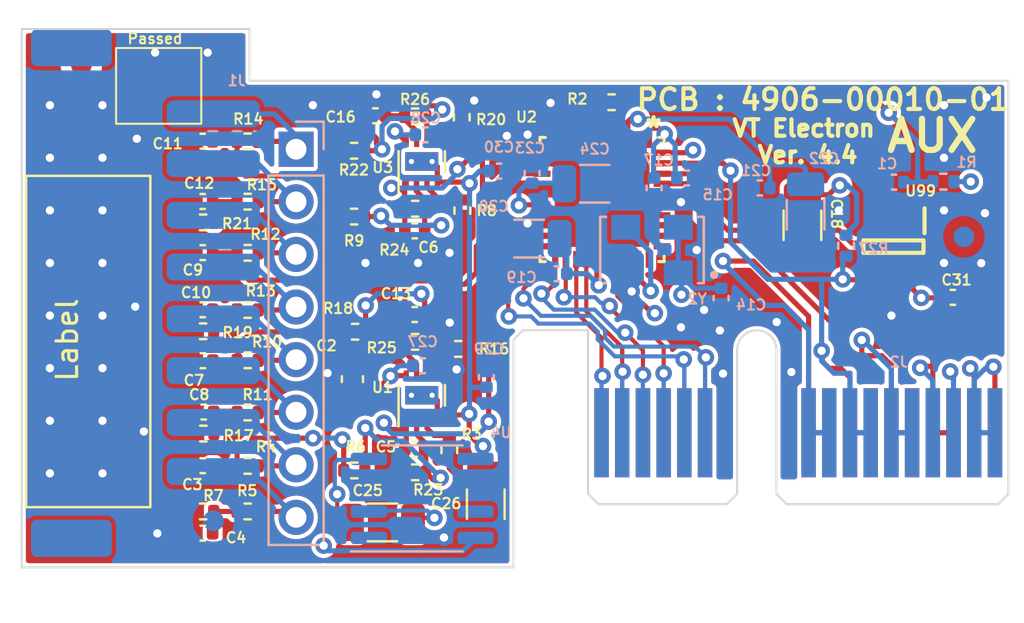
<source format=kicad_pcb>
(kicad_pcb (version 20240108) (generator "pcbnew") (generator_version "8.0")
  (layers (0 "F.Cu" signal) (1 "In1.Cu" signal) (2 "In2.Cu" signal) (31 "B.Cu" signal) (34 "B.Paste" user) (35 "F.Paste" user) (36 "B.SilkS" user "B.Silkscreen") (37 "F.SilkS" user "F.Silkscreen") (38 "B.Mask" user) (39 "F.Mask" user) (44 "Edge.Cuts" user))
  (net 0 "")
  (net 1 "GND")
  (net 2 "+3V3")
  (net 3 "/AVDDOUT")
  (net 4 "/DVDDOUT")
  (net 5 "/REF")
  (net 6 "/IRP")
  (net 7 "/ISP")
  (net 8 "/ITP")
  (net 9 "/INP")
  (net 10 "/UR+")
  (net 11 "/US+")
  (net 12 "/PM1")
  (net 13 "/RSP")
  (net 14 "/RSM")
  (net 15 "/RTP")
  (net 16 "/RTM")
  (net 17 "/RRP")
  (net 18 "/RRM")
  (net 19 "/RNP")
  (net 20 "/RNM")
  (net 21 "/UT+")
  (net 22 "/ADE_Reset")
  (net 23 "/O_IN")
  (net 24 "/O_OUT")
  (net 25 "/IRQ2")
  (net 26 "/IRQ1")
  (net 30 "/SCLK")
  (net 31 "/MISO")
  (net 32 "/MOSI")
  (net 33 "/SS")
  (net 34 "/READY")
  (net 35 "/RN")
  (net 36 "/RT")
  (net 37 "Net-(C4-Pad1)")
  (net 38 "Net-(C5-Pad2)")
  (net 39 "Net-(C6-Pad2)")
  (net 40 "Net-(C8-Pad1)")
  (net 41 "Net-(C10-Pad1)")
  (net 42 "Net-(C12-Pad1)")
  (net 43 "Net-(C13-Pad2)")
  (net 44 "Net-(C16-Pad2)")
  (net 45 "/RS")
  (net 46 "/RR")
  (net 47 "Net-(R3-Pad1)")
  (net 48 "Net-(R8-Pad1)")
  (net 49 "Net-(R16-Pad1)")
  (net 50 "Net-(R20-Pad1)")
  (net 51 "/UM")
  (net 52 "/C+")
  (net 53 "/UR-")
  (net 54 "/US-")
  (net 55 "/UT-")
  (net 56 "/C-")
  (net 59 "/SYN")
  (footprint "Resistor_SMD:R_0402_1005Metric" (layer "F.Cu") (at -1 -27.39)
    (property "Reference" "R25")
    (property "Value" "137K")
  )
  (footprint "Resistor_SMD:R_0402_1005Metric" (layer "F.Cu") (at -3.9 -27.88 180)
    (property "Reference" "R18")
    (property "Value" "30K")
  )
  (footprint "Resistor_SMD:R_0402_1005Metric" (layer "F.Cu") (at -9.09 -19.2)
    (property "Reference" "R5")
    (property "Value" "0")
  )
  (footprint "Capacitor_SMD:C_0402_1005Metric" (layer "F.Cu") (at -11.26 -37.08 180)
    (property "Reference" "C11")
    (property "Value" "22n")
  )
  (footprint "Capacitor_SMD:C_0402_1005Metric" (layer "F.Cu") (at -1.02 -28.71)
    (property "Reference" "C13")
    (property "Value" "100n")
  )
  (footprint "Capacitor_SMD:C_0402_1005Metric" (layer "F.Cu") (at -11.26 -21.41 180)
    (property "Reference" "C3")
    (property "Value" "22n")
  )
  (footprint "Fiducial:Fiducial_1mm_Mask2mm" (layer "F.Cu") (at 25.908 -27.7622)
    (property "Reference" "FID1" (hide yes))
    (property "Value" "Fiducial" (hide yes))
  )
  (footprint "Resistor_SMD:R_0402_1005Metric" (layer "F.Cu") (at -3.95 -33.44 180)
    (property "Reference" "R9")
    (property "Value" "30K")
  )
  (footprint "Capacitor_SMD:C_1206_3216Metric" (layer "F.Cu") (at 2.41 -19.55 90)
    (property "Reference" "C26")
    (property "Value" "10u" (hide yes))
  )
  (footprint "Resistor_SMD:R_0402_1005Metric" (layer "F.Cu") (at 1.25 -38.24 90)
    (property "Reference" "R20")
    (property "Value" "0")
  )
  (footprint "Capacitor_SMD:C_0603_1608Metric" (layer "F.Cu") (at -4.03 -25.59 90)
    (property "Reference" "C2")
    (property "Value" "100n")
  )
  (footprint "Capacitor_SMD:C_0402_1005Metric" (layer "F.Cu") (at -11.25 -26.48 180)
    (property "Reference" "C7")
    (property "Value" "22n")
  )
  (footprint "Resistor_SMD:R_0402_1005Metric" (layer "F.Cu") (at -3.94 -21.18 180)
    (property "Reference" "R6")
    (property "Value" "30K")
  )
  (footprint "Resistor_SMD:R_0402_1005Metric" (layer "F.Cu") (at 1.28 -33.73 -90)
    (property "Reference" "R8")
    (property "Value" "0")
  )
  (footprint "Capacitor_SMD:C_0402_1005Metric" (layer "F.Cu") (at -11.26 -18.15 180)
    (property "Reference" "C4")
    (property "Value" "DNP")
  )
  (footprint "Symbol:Eticheta" (layer "F.Cu") (at -16.7894 -27.4066 90)
    (property "Reference" "TP1" (hide yes))
    (property "Value" "Eticheta" (hide yes))
  )
  (footprint "Fiducial:Fiducial_1mm_Mask2mm" (layer "F.Cu") (at -17.1196 -40.767)
    (property "Reference" "FID4" (hide yes))
    (property "Value" "Fiducial" (hide yes))
  )
  (footprint "Resistor_SMD:R_0402_1005Metric" (layer "F.Cu") (at -1 -38.28)
    (property "Reference" "R26")
    (property "Value" "137K")
  )
  (footprint "Capacitor_SMD:C_0402_1005Metric" (layer "F.Cu") (at -2.92 -38.31 180)
    (property "Reference" "C16")
    (property "Value" "100n")
  )
  (footprint "Resistor_SMD:R_0402_1005Metric" (layer "F.Cu") (at -9.09 -21.4)
    (property "Reference" "R4")
    (property "Value" "100")
  )
  (footprint "Capacitor_SMD:C_0402_1005Metric" (layer "F.Cu") (at -11.26 -34.17 180)
    (property "Reference" "C12")
    (property "Value" "DNP")
  )
  (footprint "Resistor_SMD:R_0402_1005Metric" (layer "F.Cu") (at -9.09 -23.98)
    (property "Reference" "R11")
    (property "Value" "0")
  )
  (footprint "Resistor_SMD:R_0402_1005Metric" (layer "F.Cu") (at -1 -33.82)
    (property "Reference" "R24")
    (property "Value" "137K")
  )
  (footprint "Resistor_SMD:R_0402_1005Metric" (layer "F.Cu") (at -9.09 -37.07)
    (property "Reference" "R14")
    (property "Value" "100")
  )
  (footprint "Resistor_SMD:R_0402_1005Metric" (layer "F.Cu") (at -1 -21.09)
    (property "Reference" "R23")
    (property "Value" "137K")
  )
  (footprint "Capacitor_SMD:C_1206_3216Metric" (layer "F.Cu") (at 17.7038 -33.02 -90)
    (property "Reference" "C18")
    (property "Value" "10u")
  )
  (footprint "Resistor_SMD:R_0402_1005Metric" (layer "F.Cu") (at -9.09 -26.5)
    (property "Reference" "R10")
    (property "Value" "100")
  )
  (footprint "Resistor_SMD:R_0402_1005Metric" (layer "F.Cu") (at -9.09 -34.16)
    (property "Reference" "R15")
    (property "Value" "0")
  )
  (footprint "Resistor_SMD:R_0402_1005Metric" (layer "F.Cu") (at -11.24 -33.16 180)
    (property "Reference" "R21")
    (property "Value" "0")
  )
  (footprint "Capacitor_SMD:C_0402_1005Metric" (layer "F.Cu") (at -1.02 -32.75)
    (property "Reference" "C6")
    (property "Value" "100n")
  )
  (footprint "Resistor_SMD:R_0402_1005Metric" (layer "F.Cu") (at -11.23 -22.96 180)
    (property "Reference" "R17")
    (property "Value" "0")
  )
  (footprint "Resistor_SMD:R_0402_1005Metric" (layer "F.Cu") (at -11.24 -19.2 180)
    (property "Reference" "R7")
    (property "Value" "0")
  )
  (footprint "Package_SON:WSON-8-1EP_2x2mm_P0.5mm_EP0.9x1.6mm_ThermalVias" (layer "F.Cu") (at -0.68 -36.1 90)
    (property "Reference" "U3")
    (property "Value" "TLV2186IDSGR" (hide yes))
  )
  (footprint "Capacitor_SMD:C_0402_1005Metric" (layer "F.Cu") (at -11.26 -31.7 180)
    (property "Reference" "C9")
    (property "Value" "22n")
  )
  (footprint "Capacitor_SMD:C_0402_1005Metric" (layer "F.Cu") (at -11.26 -28.94 180)
    (property "Reference" "C10")
    (property "Value" "DNP")
  )
  (footprint "Resistor_SMD:R_0402_1005Metric" (layer "F.Cu") (at 1.08 -27.05)
    (property "Reference" "R16")
    (property "Value" "0")
  )
  (footprint "Package_QFP:ADE9430" (layer "F.Cu") (at 8.0264 -34.2646 -90)
    (property "Reference" "U2")
    (property "Value" "ADE9430")
  )
  (footprint "Capacitor_SMD:C_0402_1005Metric" (layer "F.Cu") (at -1.02 -22.2)
    (property "Reference" "C5")
    (property "Value" "100n")
  )
  (footprint "Resistor_SMD:R_0402_1005Metric" (layer "F.Cu") (at -3.95 -36.62 180)
    (property "Reference" "R22")
    (property "Value" "30K")
  )
  (footprint "Resistor_SMD:R_0402_1005Metric" (layer "F.Cu") (at -9.09 -31.69)
    (property "Reference" "R12")
    (property "Value" "100")
  )
  (footprint "Package_SON:WSON-8-1EP_2x2mm_P0.5mm_EP0.9x1.6mm_ThermalVias" (layer "F.Cu") (at -0.68 -24.81 90)
    (property "Reference" "U1")
    (property "Value" "TLV2186IDSGR")
  )
  (footprint "Resistor_SMD:R_0402_1005Metric" (layer "F.Cu") (at 0.65 -22.17 -90)
    (property "Reference" "R3")
    (property "Value" "0")
  )
  (footprint "Resistor_SMD:R_0402_1005Metric" (layer "F.Cu") (at -11.24 -27.9 180)
    (property "Reference" "R19")
    (property "Value" "0")
  )
  (footprint "Resistor_SMD:R_0402_1005Metric" (layer "F.Cu") (at 8.4836 -38.9636 180)
    (property "Reference" "R2")
    (property "Value" "1k" (hide yes))
  )
  (footprint "Capacitor_SMD:C_0402_1005Metric" (layer "F.Cu") (at 24.9682 -29.5402 180)
    (property "Reference" "C31")
    (property "Value" "100n" (hide yes))
  )
  (footprint "Resistor_SMD:R_0402_1005Metric" (layer "F.Cu") (at -9.09 -28.93)
    (property "Reference" "R13")
    (property "Value" "0")
  )
  (footprint "Capacitor_SMD:C_1206_3216Metric" (layer "F.Cu") (at -2.58 -18.67 180)
    (property "Reference" "C25")
    (property "Value" "10u" (hide yes))
  )
  (footprint "Buffer3S:Buffer3S" (layer "F.Cu") (at 22.1 -31.99 -90)
    (property "Reference" "U99")
    (property "Value" "NC7SZ126M5X" (hide yes))
  )
  (footprint "Capacitor_SMD:C_0402_1005Metric" (layer "F.Cu") (at -11.21 -24 180)
    (property "Reference" "C8")
    (property "Value" "DNP")
  )
  (footprint "Fiducial:Fiducial_1mm_Mask2mm" (layer "B.Cu") (at -10.7442 -18.7452 180)
    (property "Reference" "FID3" (hide yes))
    (property "Value" "Fiducial" (hide yes))
  )
  (footprint "Capacitor_SMD:C_1206_3216Metric" (layer "B.Cu") (at 4.5 -32.375 180)
    (property "Reference" "C20")
    (property "Value" "10u")
  )
  (footprint "Oscillator:OSC_ECS-5032MV-245.7-BN-TR" (layer "B.Cu") (at 10.4375 -31.825 180)
    (property "Reference" "Y2")
    (property "Value" "ECS-5032MV-245.7-BN-TR")
  )
  (footprint "Connector_JST:A2501-SR08-XH8AWB" (layer "B.Cu") (at -14.35 -29.75 90)
    (property "Reference" "J1")
    (property "Value" "MUAS100-8-C-E")
  )
  (footprint "Connector_PinHeader_2.54mm:PinHeader_1x08_P2.54mm_Vertical" (layer "B.Cu") (at -6.7502 -36.69298 180)
    (property "Reference" "J15" (hide yes))
    (property "Value" "MUAS100-8-C-E")
  )
  (footprint "Capacitor_SMD:C_0402_1005Metric" (layer "B.Cu") (at -0.508 -37.3888 180)
    (property "Reference" "C28")
    (property "Value" "100n" (hide yes))
  )
  (footprint "Capacitor_SMD:C_0402_1005Metric" (layer "B.Cu") (at 3.0506 -35.6362 180)
    (property "Reference" "C30")
    (property "Value" "100n" (hide yes))
  )
  (footprint "Capacitor_SMD:C_0402_1005Metric" (layer "B.Cu") (at 4.6482 -35.5346 90)
    (property "Reference" "C23")
    (property "Value" "100n")
  )
  (footprint "Capacitor_SMD:C_0402_1005Metric" (layer "B.Cu") (at 12.1184 -35.306)
    (property "Reference" "C15")
    (property "Value" "100n" (hide yes))
  )
  (footprint "Resistor_SMD:R_0402_1005Metric" (layer "B.Cu") (at 24.511 -35.1282)
    (property "Reference" "R1")
    (property "Value" "1k")
  )
  (footprint "Capacitor_SMD:C_1206_3216Metric" (layer "B.Cu") (at 17.8562 -33.528 -90)
    (property "Reference" "C22")
    (property "Value" "10u")
  )
  (footprint "Capacitor_SMD:C_0402_1005Metric" (layer "B.Cu") (at -0.6324 -26.2382 180)
    (property "Reference" "C27")
    (property "Value" "100n" (hide yes))
  )
  (footprint "Capacitor_SMD:C_0402_1005Metric" (layer "B.Cu") (at 22.1234 -35.1028 180)
    (property "Reference" "C1")
    (property "Value" "22n")
  )
  (footprint "Connector_PCBEdge:BUS_PCIexpress_x1" (layer "B.Cu") (at 27 -23 180)
    (property "Reference" "J2")
    (property "Value" "Bus_PCI_Express_x1_MOD")
    (fp_line (start 19.65 4.95) (end 19.65 -2.95) (stroke (width 0.1)) (layer "Edge.Cuts"))
    (fp_line (start 19.65 -2.95) (end 19.15 -3.45) (stroke (width 0.1)) (layer "Edge.Cuts"))
    (fp_line (start 12.95 -3.45) (end 19.15 -3.45) (stroke (width 0.1)) (layer "Edge.Cuts"))
    (fp_line (start 12.45 4) (end 12.45 -2.95) (stroke (width 0.1)) (layer "Edge.Cuts"))
    (fp_line (start 12.45 -2.95) (end 12.95 -3.45) (stroke (width 0.1)) (layer "Edge.Cuts"))
    (fp_line (start 10.55 4) (end 10.55 -2.95) (stroke (width 0.1)) (layer "Edge.Cuts"))
    (fp_line (start 10.55 -2.95) (end 10.05 -3.45) (stroke (width 0.1)) (layer "Edge.Cuts"))
    (fp_line (start -0.15 -3.45) (end 10.05 -3.45) (stroke (width 0.1)) (layer "Edge.Cuts"))
    (fp_line (start -0.65 4.95) (end -0.65 -2.95) (stroke (width 0.1)) (layer "Edge.Cuts"))
    (fp_line (start -0.65 -2.95) (end -0.15 -3.45) (stroke (width 0.1)) (layer "Edge.Cuts"))
    (fp_arc (start 12.45 4) (mid 11.5 4.95) (end 10.55 4) (stroke (width 0.1)) (layer "Edge.Cuts"))
  )
  (footprint "Capacitor_SMD:C_0402_1005Metric" (layer "B.Cu") (at 10.541 -34.8234 -90)
    (property "Reference" "C17")
    (property "Value" "100n")
  )
  (footprint "Capacitor_SMD:C_0402_1005Metric" (layer "B.Cu") (at 13.775 -29.5 -90)
    (property "Reference" "C14")
    (property "Value" "100n")
  )
  (footprint "Resistor_SMD:R_0402_1005Metric" (layer "B.Cu") (at 19.812 -32.0294 -90)
    (property "Reference" "R27")
    (property "Value" "30K" (hide yes))
  )
  (footprint "Capacitor_SMD:C_0402_1005Metric" (layer "B.Cu") (at 2.4384 -25.6794 -90)
    (property "Reference" "C29")
    (property "Value" "100n" (hide yes))
  )
  (footprint "Capacitor_SMD:C_0402_1005Metric" (layer "B.Cu") (at 5.842 -30.6832 180)
    (property "Reference" "C19")
    (property "Value" "100n")
  )
  (footprint "Package_SO:SO-8_3.9x4.9mm_P1.27mm" (layer "B.Cu") (at -0.66 -19.83)
    (property "Reference" "U4")
    (property "Value" "MC7660DR2")
  )
  (footprint "Fiducial:Fiducial_1mm_Mask2mm" (layer "B.Cu") (at 25.5016 -32.4612 180)
    (property "Reference" "FID2" (hide yes))
    (property "Value" "Fiducial" (hide yes))
  )
  (footprint "Capacitor_SMD:C_1206_3216Metric" (layer "B.Cu") (at 7.6708 -35.0266)
    (property "Reference" "C24")
    (property "Value" "10u")
  )
  (footprint "Capacitor_SMD:C_0402_1005Metric" (layer "B.Cu") (at 15.6464 -34.8234 180)
    (property "Reference" "C21")
    (property "Value" "100n")
  )
  (gr_rect (start -15.4432 -41.5798) (end -11.3284 -37.9222) (stroke (width 0.1)) (fill none) (layer "F.SilkS"))
  (gr_line (start 3.8 -27.55) (end 4.2 -27.95) (stroke (width 0.1)) (layer "Edge.Cuts"))
  (gr_line (start -20 -42.5) (end -20 -16.5) (stroke (width 0.1)) (layer "Edge.Cuts"))
  (gr_line (start 27.65 -27.95) (end 27.65 -40) (stroke (width 0.1)) (layer "Edge.Cuts"))
  (gr_line (start -9 -42.5) (end -20 -42.5) (stroke (width 0.1)) (layer "Edge.Cuts"))
  (gr_line (start -20 -16.5) (end 3.75 -16.5) (stroke (width 0.1)) (layer "Edge.Cuts"))
  (gr_line (start -9 -40) (end 27.65 -40) (stroke (width 0.1)) (layer "Edge.Cuts"))
  (gr_line (start -9 -42.5) (end -9 -40) (stroke (width 0.1)) (layer "Edge.Cuts"))
  (gr_line (start 7.35 -27.95) (end 4.2 -27.95) (stroke (width 0.1)) (layer "Edge.Cuts"))
  (gr_line (start 3.75 -27.5) (end 3.75 -16.5) (stroke (width 0.1)) (layer "Edge.Cuts"))
  (gr_line (start 3.8 -27.55) (end 3.75 -27.5) (stroke (width 0.1)) (layer "Edge.Cuts"))
  (gr_text "AUX\n" (at 23.9776 -37.338 0) (layer "F.SilkS") (effects (font (size 1.5 1.5) (thickness 0.3))))
  (gr_text "VT Electron\n  Ver. 4.4" (at 14.224 -37.0586 0) (layer "F.SilkS") (effects (font (size 0.8 0.8) (thickness 0.2)) (justify left)))
  (gr_text "*" (at 10.5156 -37.6936 0) (layer "F.SilkS") (effects (font (size 1 1) (thickness 0.2)) (justify mirror)))
  (gr_text "PCB : 4906-00010-01" (at 18.6944 -39.0906 0) (layer "F.SilkS") (effects (font (size 1 1) (thickness 0.2))))
  (gr_text "Label\n" (at -17.8054 -27.4828 90) (layer "F.SilkS") (effects (font (size 1 1))))
  (gr_text "Passed" (at -13.5636 -42.037 0) (layer "F.SilkS") (effects (font (size 0.5 0.5) (thickness 0.1))))
  (segment (start 0.39 -17.94) (end 2.275 -17.94) (width 0.25) (layer "F.Cu") (net 1))
  (segment (start 5.1308 -33.02) (end 4.4196 -33.02) (width 0.25) (layer "F.Cu") (net 1))
  (segment (start 1.38 -28.32) (end 0.67 -28.32) (width 0.25) (layer "F.Cu") (net 1))
  (segment (start -11.69 -24) (end -11.69 -23.01) (width 0.25) (layer "F.Cu") (net 1))
  (segment (start 9.271 -33.02) (end 8.0264 -34.2646) (width 0.25) (layer "F.Cu") (net 1))
  (segment (start -11.75 -33.16) (end -11.75 -34.16) (width 0.25) (layer "F.Cu") (net 1))
  (segment (start 4.4196 -33.102647) (end 4.428453 -33.1115) (width 0.25) (layer "F.Cu") (net 1))
  (segment (start -13.44 -18.15) (end -13.45 -18.14) (width 0.25) (layer "F.Cu") (net 1))
  (segment (start -11.73 -27.88) (end -11.75 -27.9) (width 0.25) (layer "F.Cu") (net 1))
  (segment (start 8.7884 -37.1602) (end 8.7884 -35.0266) (width 0.25) (layer "F.Cu") (net 1))
  (segment (start 6.7818 -37.986704) (end 6.7818 -37.1602) (width 0.25) (layer "F.Cu") (net 1))
  (segment (start 0.94 -18.49) (end 0.39 -17.94) (width 0.25) (layer "F.Cu") (net 1))
  (segment (start 1.69 -39.19) (end 1.85 -39.19) (width 0.25) (layer "F.Cu") (net 1))
  (segment (start 5.1308 -33.02) (end 6.7818 -33.02) (width 0.25) (layer "F.Cu") (net 1))
  (segment (start 6.2738 -36.0172) (end 8.0264 -34.2646) (width 0.25) (layer "F.Cu") (net 1))
  (segment (start 8.2804 -34.0106) (end 8.0264 -34.2646) (width 0.25) (layer "F.Cu") (net 1))
  (segment (start -11.74 -31.7) (end -11.74 -33.15) (width 0.25) (layer "F.Cu") (net 1))
  (segment (start 8.7884 -35.0266) (end 8.0264 -34.2646) (width 0.25) (layer "F.Cu") (net 1))
  (segment (start 9.457677 -29.842323) (end 9.271 -30.029) (width 0.25) (layer "F.Cu") (net 1))
  (segment (start -11.74 -34.17) (end -11.74 -37.08) (width 0.25) (layer "F.Cu") (net 1))
  (segment (start -14 -22.96) (end -14.1 -23.06) (width 0.25) (layer "F.Cu") (net 1))
  (segment (start -11.69 -23.01) (end -11.74 -22.96) (width 0.25) (layer "F.Cu") (net 1))
  (segment (start 1.28 -33.22) (end 1.28 -32.31) (width 0.25) (layer "F.Cu") (net 1))
  (segment (start 9.779 -36.0172) (end 8.0264 -34.2646) (width 0.25) (layer "F.Cu") (net 1))
  (segment (start 2.275 -17.94) (end 2.41 -18.075) (width 0.25) (layer "F.Cu") (net 1))
  (segment (start -11.74 -19.21) (end -11.75 -19.2) (width 0.25) (layer "F.Cu") (net 1))
  (segment (start 5.84 -38.93) (end 5.54 -38.93) (width 0.25) (layer "F.Cu") (net 1))
  (segment (start 1.59 -27.05) (end 1.59 -28.11) (width 0.25) (layer "F.Cu") (net 1))
  (segment (start 6.118504 -38.651496) (end 5.84 -38.93) (width 0.25) (layer "F.Cu") (net 1))
  (segment (start 1.59 -27.05) (end 1.59 -26.58) (width 0.25) (layer "F.Cu") (net 1))
  (segment (start 17 -23) (end 17 -25.763) (width 0.25) (layer "F.Cu") (net 1))
  (segment (start -11.74 -22.96) (end -14 -22.96) (width 0.25) (layer "F.Cu") (net 1))
  (segment (start 0.94 -21) (end 0.94 -18.49) (width 0.25) (layer "F.Cu") (net 1))
  (segment (start 14 -23) (end 14 -25.7256) (width 0.25) (layer "F.Cu") (net 1))
  (segment (start 4.4196 -33.02) (end 4.4196 -33.102647) (width 0.25) (layer "F.Cu") (net 1))
  (segment (start 9.271 -31.369) (end 9.271 -33.02) (width 0.25) (layer "F.Cu") (net 1))
  (segment (start 8.7884 -37.1602) (end 8.7884 -38.7584) (width 0.25) (layer "F.Cu") (net 1))
  (segment (start 17 -25.763) (end 17.1704 -25.9334) (width 0.25) (layer "F.Cu") (net 1))
  (segment (start -4.745 -26.365) (end -5.23 -25.88) (width 0.25) (layer "F.Cu") (net 1))
  (segment (start 9.271 -30.029) (end 9.271 -31.369) (width 0.25) (layer "F.Cu") (net 1))
  (segment (start 5.1308 -33.5026) (end 7.2644 -33.5026) (width 0.25) (layer "F.Cu") (net 1))
  (segment (start 0.65 -21.66) (end 0.65 -21.287693) (width 0.25) (layer "F.Cu") (net 1))
  (segment (start 9.779 -37.1602) (end 9.779 -36.0172) (width 0.25) (layer "F.Cu") (net 1))
  (segment (start 8.7884 -38.7584) (end 8.9936 -38.9636) (width 0.25) (layer "F.Cu") (net 1))
  (segment (start 6.118504 -38.65) (end 6.118504 -38.651496) (width 0.25) (layer "F.Cu") (net 1))
  (segment (start 4.6698 -37.1602) (end 4.43 -37.4) (width 0.25) (layer "F.Cu") (net 1))
  (segment (start -11.69 -24) (end -11.69 -26.44) (width 0.25) (layer "F.Cu") (net 1))
  (segment (start -11.75 -27.9) (end -11.75 -28.93) (width 0.25) (layer "F.Cu") (net 1))
  (segment (start 5.1308 -34.5186) (end 7.7724 -34.5186) (width 0.25) (layer "F.Cu") (net 1))
  (segment (start -4.03 -26.365) (end -4.745 -26.365) (width 0.25) (layer "F.Cu") (net 1))
  (segment (start -11.74 -37.08) (end -14.32 -37.08) (width 0.25) (layer "F.Cu") (net 1))
  (segment (start 1.85 -39.19) (end 1.85 -39.0455) (width 0.25) (layer "F.Cu") (net 1))
  (segment (start -11.69 -26.44) (end -11.73 -26.48) (width 0.25) (layer "F.Cu") (net 1))
  (segment (start 1.59 -28.11) (end 1.38 -28.32) (width 0.25) (layer "F.Cu") (net 1))
  (segment (start -11.75 -19.2) (end -11.75 -18.16) (width 0.25) (layer "F.Cu") (net 1))
  (segment (start 8.2804 -31.369) (end 8.2804 -34.0106) (width 0.25) (layer "F.Cu") (net 1))
  (segment (start -11.74 -21.41) (end -11.74 -19.21) (width 0.25) (layer "F.Cu") (net 1))
  (segment (start 5.7658 -37.1602) (end 4.6698 -37.1602) (width 0.25) (layer "F.Cu") (net 1))
  (segment (start 1.59 -26.58) (end 1.07 -26.06) (width 0.25) (layer "F.Cu") (net 1))
  (segment (start -11.73 -26.48) (end -11.73 -27.88) (width 0.25) (layer "F.Cu") (net 1))
  (segment (start 0.937693 -21) (end 0.94 -21) (width 0.25) (layer "F.Cu") (net 1))
  (segment (start -11.75 -28.93) (end -11.74 -28.94) (width 0.25) (layer "F.Cu") (net 1))
  (segment (start 7.2644 -35.0266) (end 8.0264 -34.2646) (width 0.25) (layer "F.Cu") (net 1))
  (segment (start 6.7818 -33.02) (end 8.0264 -34.2646) (width 0.25) (layer "F.Cu") (net 1))
  (segment (start -11.75 -34.16) (end -11.74 -34.17) (width 0.25) (layer "F.Cu") (net 1))
  (segment (start -11.74 -33.15) (end -11.75 -33.16) (width 0.25) (layer "F.Cu") (net 1))
  (segment (start -11.74 -22.96) (end -11.74 -21.41) (width 0.25) (layer "F.Cu") (net 1))
  (segment (start 0.65 -21.287693) (end 0.937693 -21) (width 0.25) (layer "F.Cu") (net 1))
  (segment (start 6.118504 -38.65) (end 6.7818 -37.986704) (width 0.25) (layer "F.Cu") (net 1))
  (segment (start -11.75 -18.16) (end -11.74 -18.15) (width 0.25) (layer "F.Cu") (net 1))
  (segment (start 14 -25.7256) (end 13.8684 -25.8572) (width 0.25) (layer "F.Cu") (net 1))
  (segment (start 1.07 -26.06) (end 1.001 -26.06) (width 0.25) (layer "F.Cu") (net 1))
  (segment (start 7.7724 -34.5186) (end 8.0264 -34.2646) (width 0.25) (layer "F.Cu") (net 1))
  (segment (start 5.1308 -35.0266) (end 7.2644 -35.0266) (width 0.25) (layer "F.Cu") (net 1))
  (segment (start -14.37 -28.94) (end -14.52 -29.09) (width 0.25) (layer "F.Cu") (net 1))
  (segment (start 9.457677 -29.8255) (end 9.457677 -29.842323) (width 0.25) (layer "F.Cu") (net 1))
  (segment (start -11.74 -28.94) (end -11.74 -31.7) (width 0.25) (layer "F.Cu") (net 1))
  (segment (start 1.28 -32.31) (end 0.66 -31.69) (width 0.25) (layer "F.Cu") (net 1))
  (segment (start 1.25 -38.75) (end 1.69 -39.19) (width 0.25) (layer "F.Cu") (net 1))
  (segment (start -11.74 -28.94) (end -14.37 -28.94) (width 0.25) (layer "F.Cu") (net 1))
  (segment (start -14.32 -37.08) (end -14.44 -37.2) (width 0.25) (layer "F.Cu") (net 1))
  (segment (start 5.1308 -36.0172) (end 6.2738 -36.0172) (width 0.25) (layer "F.Cu") (net 1))
  (segment (start -11.74 -18.15) (end -13.44 -18.15) (width 0.25) (layer "F.Cu") (net 1))
  (via (at -11.02 -41.36) (size 0.8) (drill 0.4) (layers "F.Cu" "B.Cu") (net 1))
  (via (at 26.5938 -39.1922) (size 0.8) (drill 0.4) (layers "F.Cu" "B.Cu") (net 1))
  (via (at -18.64 -36.28) (size 0.8) (drill 0.4) (layers "F.Cu" "B.Cu") (net 1))
  (via (at -16.1 -33.74) (size 0.8) (drill 0.4) (layers "F.Cu" "B.Cu") (net 1))
  (via (at 16.4592 -28.3464) (size 0.8) (drill 0.4) (layers "F.Cu" "B.Cu") (net 1))
  (via (at -5.94 -38.82) (size 0.8) (drill 0.4) (layers "F.Cu" "B.Cu") (net 1))
  (via (at 4.43 -37.4) (size 0.8) (drill 0.4) (layers "F.Cu" "B.Cu") (net 1))
  (via (at -3.4 -31.2) (size 0.8) (drill 0.4) (layers "F.Cu" "B.Cu") (net 1))
  (via (at -14.44 -37.2) (size 0.8) (drill 0.4) (layers "F.Cu" "B.Cu") (net 1))
  (via (at -14.1 -23.06) (size 0.8) (drill 0.4) (layers "F.Cu" "B.Cu") (net 1))
  (via (at -18.64 -28.66) (size 0.8) (drill 0.4) (layers "F.Cu" "B.Cu") (net 1))
  (via (at 24.54 -33.74) (size 0.8) (drill 0.4) (layers "F.Cu" "B.Cu") (net 1))
  (via (at -18.64 -26.12) (size 0.8) (drill 0.4) (layers "F.Cu" "B.Cu") (net 1))
  (via (at 26.3398 -31.1912) (size 0.8) (drill 0.4) (layers "F.Cu" "B.Cu") (net 1))
  (via (at 4.428453 -33.1115) (size 0.8) (drill 0.4) (layers "F.Cu" "B.Cu") (net 1))
  (via (at 17.1704 -25.9334) (size 0.8) (drill 0.4) (layers "F.Cu" "B.Cu") (net 1))
  (via (at -16.1 -36.28) (size 0.8) (drill 0.4) (layers "F.Cu" "B.Cu") (net 1))
  (via (at -13.45 -18.14) (size 0.8) (drill 0.4) (layers "F.Cu" "B.Cu") (net 1))
  (via (at -16.1 -23.58) (size 0.8) (drill 0.4) (layers "F.Cu" "B.Cu") (net 1))
  (via (at 24.54 -38.82) (size 0.8) (drill 0.4) (layers "F.Cu" "B.Cu") (net 1))
  (via (at 0.39 -17.94) (size 0.8) (drill 0.4) (layers "F.Cu" "B.Cu") (net 1))
  (via (at 9.457677 -29.8255) (size 0.8) (drill 0.4) (layers "F.Cu" "B.Cu") (net 1))
  (via (at 13.716 -27.94) (size 0.8) (drill 0.4) (layers "F.Cu" "B.Cu") (net 1))
  (via (at -16.1 -38.82) (size 0.8) (drill 0.4) (layers "F.Cu" "B.Cu") (net 1))
  (via (at 5.54 -38.93) (size 0.8) (drill 0.4) (layers "F.Cu" "B.Cu") (net 1))
  (via (at -13.56 -41.36) (size 0.8) (drill 0.4) (layers "F.Cu" "B.Cu") (net 1))
  (via (at -18.64 -31.2) (size 0.8) (drill 0.4) (layers "F.Cu" "B.Cu") (net 1))
  (via (at 22 -28.66) (size 0.8) (drill 0.4) (layers "F.Cu" "B.Cu") (net 1))
  (via (at 24.54 -36.28) (size 0.8) (drill 0.4) (layers "F.Cu" "B.Cu") (net 1))
  (via (at -16.1 -31.2) (size 0.8) (drill 0.4) (layers "F.Cu" "B.Cu") (net 1))
  (via (at -18.64 -21.04) (size 0.8) (drill 0.4) (layers "F.Cu" "B.Cu") (net 1))
  (via (at -2.8702 -39.3446) (size 0.8) (drill 0.4) (layers "F.Cu" "B.Cu") (net 1))
  (via (at 12.5984 -31.8262) (size 0.8) (drill 0.4) (layers "F.Cu" "B.Cu") (net 1))
  (via (at -16.1 -26.12) (size 0.8) (drill 0.4) (layers "F.Cu" "B.Cu") (net 1))
  (via (at 13.8684 -25.8572) (size 0.8) (drill 0.4) (layers "F.Cu" "B.Cu") (net 1))
  (via (at 24.54 -31.2) (size 0.8) (drill 0.4) (layers "F.Cu" "B.Cu") (net 1))
  (via (at 11.8364 -28.0924) (size 0.8) (drill 0.4) (layers "F.Cu" "B.Cu") (net 1))
  (via (at -18.64 -33.74) (size 0.8) (drill 0.4) (layers "F.Cu" "B.Cu") (net 1))
  (via (at 12.954 -28.9306) (size 0.8) (drill 0.4) (layers "F.Cu" "B.Cu") (net 1))
  (via (at 1.001 -26.06) (size 0.8) (drill 0.4) (layers "F.Cu" "B.Cu") (net 1))
  (via (at 3.429 -37.338) (size 0.8) (drill 0.4) (layers "F.Cu" "B.Cu") (net 1))
  (via (at 0.67 -28.32) (size 0.8) (drill 0.4) (layers "F.Cu" "B.Cu") (net 1))
  (via (at -16.1 -21.04) (size 0.8) (drill 0.4) (layers "F.Cu" "B.Cu") (net 1))
  (via (at 19.46 -33.74) (size 0.8) (drill 0.4) (layers "F.Cu" "B.Cu") (net 1))
  (via (at 11.8364 -34.1376) (size 0.8) (drill 0.4) (layers "F.Cu" "B.Cu") (net 1))
  (via (at -5.23 -25.88) (size 0.8) (drill 0.4) (layers "F.Cu" "B.Cu") (net 1))
  (via (at 0.66 -31.69) (size 0.8) (drill 0.4) (layers "F.Cu" "B.Cu") (net 1))
  (via (at -18.64 -38.82) (size 0.8) (drill 0.4) (layers "F.Cu" "B.Cu") (net 1))
  (via (at -16.1 -28.66) (size 0.8) (drill 0.4) (layers "F.Cu" "B.Cu") (net 1))
  (via (at -0.86 -31.2) (size 0.8) (drill 0.4) (layers "F.Cu" "B.Cu") (net 1))
  (via (at 1.85 -39.0455) (size 0.8) (drill 0.4) (layers "F.Cu" "B.Cu") (net 1))
  (via (at -18.64 -23.58) (size 0.8) (drill 0.4) (layers "F.Cu" "B.Cu") (net 1))
  (via (at 26.5176 -33.6042) (size 0.8) (drill 0.4) (layers "F.Cu" "B.Cu") (net 1))
  (via (at -14.52 -29.09) (size 0.8) (drill 0.4) (layers "F.Cu" "B.Cu") (net 1))
  (segment (start 3.0506 -26.1594) (end 2.4384 -26.1594) (width 0.25) (layer "B.Cu") (net 1))
  (segment (start 3.3528 -20.9042) (end 3.3528 -25.8572) (width 0.25) (layer "B.Cu") (net 1))
  (segment (start 3.3528 -25.8572) (end 3.0506 -26.1594) (width 0.25) (layer "B.Cu") (net 1))
  (segment (start 13.775 -29.02) (end 13.0434 -29.02) (width 0.25) (layer "B.Cu") (net 1))
  (segment (start 9.1675 -30.725) (end 9.1675 -30.115677) (width 0.25) (layer "B.Cu") (net 1))
  (segment (start 2.9136 -20.465) (end 3.3528 -20.9042) (width 0.25) (layer "B.Cu") (net 1))
  (segment (start 17 -23) (end 17 -25.763) (width 0.25) (layer "B.Cu") (net 1))
  (segment (start 3.025 -32.375) (end 3.691953 -32.375) (width 0.25) (layer "B.Cu") (net 1))
  (segment (start 14 -23) (end 14 -25.7256) (width 0.25) (layer "B.Cu") (net 1))
  (segment (start -0.1524 -26.2382) (end 0.8228 -26.2382) (width 0.25) (layer "B.Cu") (net 1))
  (segment (start 1.915 -20.465) (end 2.9136 -20.465) (width 0.25) (layer "B.Cu") (net 1))
  (segment (start 13.0434 -29.02) (end 12.954 -28.9306) (width 0.25) (layer "B.Cu") (net 1))
  (segment (start 5.616 -30.7086) (end 5.616 -30.5028) (width 0.25) (layer "B.Cu") (net 1))
  (segment (start 14 -25.7256) (end 13.8684 -25.8572) (width 0.25) (layer "B.Cu") (net 1))
  (segment (start 17 -25.763) (end 17.1704 -25.9334) (width 0.25) (layer "B.Cu") (net 1))
  (segment (start 3.691953 -32.375) (end 4.428453 -33.1115) (width 0.25) (layer "B.Cu") (net 1))
  (segment (start 9.1675 -30.925) (end 9.3 -30.925) (width 0.25) (layer "B.Cu") (net 1))
  (segment (start 0.8228 -26.2382) (end 1.001 -26.06) (width 0.25) (layer "B.Cu") (net 1))
  (segment (start 27 -23.55) (end 27 -26.1114) (width 0.25) (layer "F.Cu") (net 2))
  (segment (start -1.43 -25.76) (end -2.17 -25.76) (width 0.25) (layer "F.Cu") (net 2))
  (segment (start 23.05 -29.909) (end 23.4442 -29.5148) (width 0.25) (layer "F.Cu") (net 2))
  (segment (start 24.4628 -29.5148) (end 24.4882 -29.5402) (width 0.25) (layer "F.Cu") (net 2))
  (segment (start 23.4442 -29.5148) (end 24.4628 -29.5148) (width 0.25) (layer "F.Cu") (net 2))
  (segment (start 10.575 -28.775) (end 10.445 -28.775) (width 0.25) (layer "F.Cu") (net 2))
  (segment (start 8.7884 -29.6116) (end 8.7884 -31.369) (width 0.25) (layer "F.Cu") (net 2))
  (segment (start 26 -23) (end 26 -25.9176) (width 0.25) (layer "F.Cu") (net 2))
  (segment (start 19.2532 -34.7726) (end 19.431 -34.9504) (width 0.25) (layer "F.Cu") (net 2))
  (segment (start 10.287 -37.6174) (end 10.3759 -37.7063) (width 0.25) (layer "F.Cu") (net 2))
  (segment (start 9.21 -29.19) (end 8.7884 -29.6116) (width 0.25) (layer "F.Cu") (net 2))
  (segment (start 10.445 -28.775) (end 10.03 -29.19) (width 0.25) (layer "F.Cu") (net 2))
  (segment (start 26 -25.9176) (end 25.8064 -26.1112) (width 0.25) (layer "F.Cu") (net 2))
  (segment (start -3.115 -24.815) (end -2.19 -25.74) (width 0.25) (layer "F.Cu") (net 2))
  (segment (start -4.03 -24.815) (end -3.115 -24.815) (width 0.25) (layer "F.Cu") (net 2))
  (segment (start -1.9755 -37.553372) (end -1.933372 -37.553372) (width 0.25) (layer "F.Cu") (net 2))
  (segment (start 27 -26.1114) (end 26.924 -26.1874) (width 0.25) (layer "F.Cu") (net 2))
  (segment (start 10.287 -37.1602) (end 10.287 -37.6174) (width 0.25) (layer "F.Cu") (net 2))
  (segment (start 17.7038 -34.495) (end 18.9756 -34.495) (width 0.25) (layer "F.Cu") (net 2))
  (segment (start -2.17 -25.76) (end -2.19 -25.74) (width 0.25) (layer "F.Cu") (net 2))
  (segment (start -1.933372 -37.553372) (end -1.43 -37.05) (width 0.25) (layer "F.Cu") (net 2))
  (segment (start 23.05 -30.74) (end 23.05 -29.909) (width 0.25) (layer "F.Cu") (net 2))
  (segment (start 10.7687 -37.7063) (end 10.3759 -37.7063) (width 0.25) (layer "F.Cu") (net 2))
  (segment (start 18.9756 -34.495) (end 19.2532 -34.7726) (width 0.25) (layer "F.Cu") (net 2))
  (segment (start 19.431 -34.9504) (end 19.5072 -34.9504) (width 0.25) (layer "F.Cu") (net 2))
  (segment (start 11.05 -37.425) (end 10.7687 -37.7063) (width 0.25) (layer "F.Cu") (net 2))
  (segment (start 10.03 -29.19) (end 9.21 -29.19) (width 0.25) (layer "F.Cu") (net 2))
  (via (at 19.5072 -34.9504) (size 0.8) (drill 0.4) (layers "F.Cu" "B.Cu") (net 2))
  (via (at 11.8618 -29.6672) (size 0.8) (drill 0.4) (layers "F.Cu" "B.Cu") (net 2))
  (via (at 11.05 -37.425) (size 0.8) (drill 0.4) (layers "F.Cu" "B.Cu") (net 2))
  (via (at 10.575 -28.775) (size 0.8) (drill 0.4) (layers "F.Cu" "B.Cu") (net 2))
  (via (at -2.19 -25.74) (size 0.8) (drill 0.4) (layers "F.Cu" "B.Cu") (net 2))
  (via (at 26.924 -26.1874) (size 0.8) (drill 0.4) (layers "F.Cu" "B.Cu") (net 2))
  (via (at 25.8064 -26.1112) (size 0.8) (drill 0.4) (layers "F.Cu" "B.Cu") (net 2))
  (via (at -5.42 -17.55) (size 0.8) (drill 0.4) (layers "F.Cu" "B.Cu") (net 2))
  (via (at -1.9755 -37.553372) (size 0.8) (drill 0.4) (layers "F.Cu" "B.Cu") (net 2))
  (via (at 25.8318 -35.1282) (size 0.8) (drill 0.4) (layers "F.Cu" "B.Cu") (net 2))
  (via (at 23.4442 -29.5148) (size 0.8) (drill 0.4) (layers "F.Cu" "B.Cu") (net 2))
  (segment (start 11.05 -37.425) (end 11.557 -36.918) (width 0.25) (layer "B.Cu") (net 2))
  (segment (start -1.810928 -37.3888) (end -1.9755 -37.553372) (width 0.25) (layer "B.Cu") (net 2))
  (segment (start 11.7075 -32.925) (end 11.7075 -30.725) (width 0.25) (layer "B.Cu") (net 2))
  (segment (start 25.021 -35.1282) (end 25.8318 -35.1282) (width 0.25) (layer "B.Cu") (net 2))
  (segment (start 11.05 -37.425) (end 10.5156 -36.8906) (width 0.25) (layer "B.Cu") (net 2))
  (segment (start 11.7075 -30.725) (end 11.8618 -30.5707) (width 0.25) (layer "B.Cu") (net 2))
  (segment (start 20.32 -34.5186) (end 19.8882 -34.9504) (width 0.25) (layer "B.Cu") (net 2))
  (segment (start -0.988 -37.3888) (end -1.810928 -37.3888) (width 0.25) (layer "B.Cu") (net 2))
  (segment (start -2.19 -25.8262) (end -1.778 -26.2382) (width 0.25) (layer "B.Cu") (net 2))
  (segment (start 12.4525 -29.98) (end 11.7075 -30.725) (width 0.25) (layer "B.Cu") (net 2))
  (segment (start 19.8882 -34.9504) (end 19.5072 -34.9504) (width 0.25) (layer "B.Cu") (net 2))
  (segment (start 19.812 -32.6136) (end 20.32 -33.1216) (width 0.25) (layer "B.Cu") (net 2))
  (segment (start 19.812 -32.5394) (end 19.812 -32.6136) (width 0.25) (layer "B.Cu") (net 2))
  (segment (start 20.32 -33.1216) (end 20.32 -34.5186) (width 0.25) (layer "B.Cu") (net 2))
  (segment (start 11.557 -35.3874) (end 11.6384 -35.306) (width 0.25) (layer "B.Cu") (net 2))
  (segment (start -1.778 -26.2382) (end -1.1124 -26.2382) (width 0.25) (layer "B.Cu") (net 2))
  (segment (start 1.32 -17.3) (end -5.17 -17.3) (width 0.25) (layer "B.Cu") (net 2))
  (segment (start -5.17 -17.3) (end -5.42 -17.55) (width 0.25) (layer "B.Cu") (net 2))
  (segment (start 1.915 -17.925) (end 1.915 -17.895) (width 0.25) (layer "B.Cu") (net 2))
  (segment (start 27 -23) (end 26 -23) (width 0.25) (layer "B.Cu") (net 2))
  (segment (start 11.557 -36.918) (end 11.557 -35.3874) (width 0.25) (layer "B.Cu") (net 2))
  (segment (start 10.5156 -35.3288) (end 10.541 -35.3034) (width 0.25) (layer "B.Cu") (net 2))
  (segment (start 10.5156 -36.8906) (end 10.5156 -35.3288) (width 0.25) (layer "B.Cu") (net 2))
  (segment (start 26 -25.575) (end 26.55 -26.125) (width 0.25) (layer "B.Cu") (net 2))
  (segment (start 11.8618 -30.5707) (end 11.8618 -29.6672) (width 0.25) (layer "B.Cu") (net 2))
  (segment (start 13.775 -29.98) (end 12.4525 -29.98) (width 0.25) (layer "B.Cu") (net 2))
  (segment (start 26 -23) (end 26 -25.575) (width 0.25) (layer "B.Cu") (net 2))
  (segment (start 1.915 -17.895) (end 1.32 -17.3) (width 0.25) (layer "B.Cu") (net 2))
  (segment (start -2.19 -25.74) (end -2.19 -25.8262) (width 0.25) (layer "B.Cu") (net 2))
  (segment (start 7.7724 -31.369) (end 7.7724 -30.1752) (width 0.25) (layer "F.Cu") (net 3))
  (segment (start 7.7724 -30.1752) (end 7.8232 -30.1244) (width 0.25) (layer "F.Cu") (net 3))
  (segment (start 7.8232 -30.1244) (end 7.8639 -30.1244) (width 0.25) (layer "F.Cu") (net 3))
  (via (at 7.8639 -30.1244) (size 0.8) (drill 0.4) (layers "F.Cu" "B.Cu") (net 3))
  (segment (start 5.975 -32.0996) (end 6.3246 -31.75) (width 0.25) (layer "B.Cu") (net 3))
  (segment (start 6.322 -30.6832) (end 7.3051 -30.6832) (width 0.25) (layer "B.Cu") (net 3))
  (segment (start 5.975 -32.375) (end 5.975 -32.0996) (width 0.25) (layer "B.Cu") (net 3))
  (segment (start 7.3051 -30.6832) (end 7.8639 -30.1244) (width 0.25) (layer "B.Cu") (net 3))
  (segment (start 6.3246 -31.75) (end 6.3246 -30.6858) (width 0.25) (layer "B.Cu") (net 3))
  (segment (start 6.3246 -30.6858) (end 6.322 -30.6832) (width 0.25) (layer "B.Cu") (net 3))
  (segment (start 9.398 -38.1508) (end 9.7536 -38.1508) (width 0.25) (layer "F.Cu") (net 4))
  (segment (start 9.271 -38.0238) (end 9.271 -37.1602) (width 0.25) (layer "F.Cu") (net 4))
  (segment (start 9.271 -38.0238) (end 9.398 -38.1508) (width 0.25) (layer "F.Cu") (net 4))
  (via (at 9.7536 -38.1508) (size 0.8) (drill 0.4) (layers "F.Cu" "B.Cu") (net 4))
  (segment (start 14.1986 -38.1508) (end 16.0909 -36.2585) (width 0.25) (layer "B.Cu") (net 4))
  (segment (start 16.1264 -34.8234) (end 16.1264 -36.223) (width 0.25) (layer "B.Cu") (net 4))
  (segment (start 16.1264 -36.223) (end 16.0909 -36.2585) (width 0.25) (layer "B.Cu") (net 4))
  (segment (start 16.4084 -35.941) (end 17.653 -35.941) (width 0.25) (layer "B.Cu") (net 4))
  (segment (start 17.8562 -35.7378) (end 17.8562 -35.003) (width 0.25) (layer "B.Cu") (net 4))
  (segment (start 16.0909 -36.2585) (end 16.4084 -35.941) (width 0.25) (layer "B.Cu") (net 4))
  (segment (start 17.653 -35.941) (end 17.8562 -35.7378) (width 0.25) (layer "B.Cu") (net 4))
  (segment (start 9.7536 -38.1508) (end 14.1986 -38.1508) (width 0.25) (layer "B.Cu") (net 4))
  (segment (start 4.0386 -34.0106) (end 4.0132 -33.9852) (width 0.25) (layer "F.Cu") (net 5))
  (segment (start 5.1308 -34.0106) (end 4.0386 -34.0106) (width 0.25) (layer "F.Cu") (net 5))
  (via (at 4.0132 -33.9852) (size 0.8) (drill 0.4) (layers "F.Cu" "B.Cu") (net 5))
  (segment (start 4.4222 -35.0546) (end 4.6482 -35.0546) (width 0.25) (layer "B.Cu") (net 5))
  (segment (start 6.1678 -35.0546) (end 6.1958 -35.0266) (width 0.25) (layer "B.Cu") (net 5))
  (segment (start 4.6482 -35.0546) (end 6.1678 -35.0546) (width 0.25) (layer "B.Cu") (net 5))
  (segment (start 4.0132 -34.6456) (end 4.4222 -35.0546) (width 0.25) (layer "B.Cu") (net 5))
  (segment (start 4.0132 -33.9852) (end 4.0132 -34.6456) (width 0.25) (layer "B.Cu") (net 5))
  (segment (start 6.29 -39.67) (end 0.29 -39.67) (width 0.25) (layer "F.Cu") (net 6))
  (segment (start -0.93 -37.56) (end -1.51 -38.14) (width 0.25) (layer "F.Cu") (net 6))
  (segment (start 6.4514 -38.8114) (end 6.4514 -39.5086) (width 0.25) (layer "F.Cu") (net 6))
  (segment (start -1.03 -39.27) (end -1.51 -38.79) (width 0.25) (layer "F.Cu") (net 6))
  (segment (start 0.29 -39.67) (end -0.11 -39.27) (width 0.25) (layer "F.Cu") (net 6))
  (segment (start 6.4514 -39.5086) (end 6.29 -39.67) (width 0.25) (layer "F.Cu") (net 6))
  (segment (start -1.51 -38.79) (end -1.51 -38.28) (width 0.25) (layer "F.Cu") (net 6))
  (segment (start -0.93 -37.05) (end -0.93 -37.56) (width 0.25) (layer "F.Cu") (net 6))
  (segment (start -1.54 -38.31) (end -1.51 -38.28) (width 0.25) (layer "F.Cu") (net 6))
  (segment (start 7.2644 -37.9984) (end 6.4514 -38.8114) (width 0.25) (layer "F.Cu") (net 6))
  (segment (start 7.2644 -37.1602) (end 7.2644 -37.9984) (width 0.25) (layer "F.Cu") (net 6))
  (segment (start -1.51 -38.14) (end -1.51 -38.28) (width 0.25) (layer "F.Cu") (net 6))
  (segment (start -2.44 -38.31) (end -1.54 -38.31) (width 0.25) (layer "F.Cu") (net 6))
  (segment (start -0.11 -39.27) (end -1.03 -39.27) (width 0.25) (layer "F.Cu") (net 6))
  (segment (start -1.5 -32.75) (end -1.5 -33.81) (width 0.25) (layer "F.Cu") (net 7))
  (segment (start -1.51 -35.07) (end -1.43 -35.15) (width 0.25) (layer "F.Cu") (net 7))
  (segment (start 1.058076 -35.748076) (end 1.04 -35.73) (width 0.25) (layer "F.Cu") (net 7))
  (segment (start -1.51 -33.82) (end -1.51 -34.6) (width 0.25) (layer "F.Cu") (net 7))
  (segment (start -1.73 -34.82) (end -1.51 -34.6) (width 0.25) (layer "F.Cu") (net 7))
  (segment (start 6.2738 -38.000408) (end 6.2738 -37.1602) (width 0.25) (layer "F.Cu") (net 7))
  (segment (start -1.5 -33.81) (end -1.51 -33.82) (width 0.25) (layer "F.Cu") (net 7))
  (segment (start -2.15 -34.82) (end -1.73 -34.82) (width 0.25) (layer "F.Cu") (net 7))
  (segment (start 1.550962 -36.199038) (end 1.550962 -36.875962) (width 0.25) (layer "F.Cu") (net 7))
  (segment (start 1.550962 -36.875962) (end 2.825 -38.15) (width 0.25) (layer "F.Cu") (net 7))
  (segment (start 1.1 -35.748076) (end 1.058076 -35.748076) (width 0.25) (layer "F.Cu") (net 7))
  (segment (start 2.825 -38.15) (end 6.124208 -38.15) (width 0.25) (layer "F.Cu") (net 7))
  (segment (start -1.51 -34.6) (end -1.51 -35.07) (width 0.25) (layer "F.Cu") (net 7))
  (segment (start 6.124208 -38.15) (end 6.2738 -38.000408) (width 0.25) (layer "F.Cu") (net 7))
  (segment (start 1.1 -35.748076) (end 1.550962 -36.199038) (width 0.25) (layer "F.Cu") (net 7))
  (via (at 1.04 -35.73) (size 0.8) (drill 0.4) (layers "F.Cu" "B.Cu") (net 7))
  (via (at -2.15 -34.82) (size 0.8) (drill 0.4) (layers "F.Cu" "B.Cu") (net 7))
  (segment (start 1.04 -35.73) (end 1.04 -35.55) (width 0.25) (layer "B.Cu") (net 7))
  (segment (start 1.04 -35.55) (end 0.31 -34.82) (width 0.25) (layer "B.Cu") (net 7))
  (segment (start 0.31 -34.82) (end -2.15 -34.82) (width 0.25) (layer "B.Cu") (net 7))
  (segment (start 1.95 -30.73) (end 1.95 -31.99) (width 0.25) (layer "F.Cu") (net 8))
  (segment (start -0.93 -26.32) (end -1.53 -26.92) (width 0.25) (layer "F.Cu") (net 8))
  (segment (start -1.51 -28.7) (end -1.5 -28.71) (width 0.25) (layer "F.Cu") (net 8))
  (segment (start 2.25 -32.29) (end 2.25 -36.3622) (width 0.25) (layer "F.Cu") (net 8))
  (segment (start 2.25 -36.3622) (end 2.413 -36.5252) (width 0.25) (layer "F.Cu") (net 8))
  (segment (start -1.5 -28.71) (end -1.5 -29.95) (width 0.25) (layer "F.Cu") (net 8))
  (segment (start -1.51 -27.39) (end -1.51 -28.7) (width 0.25) (layer "F.Cu") (net 8))
  (segment (start -1.115489 -30.334511) (end 0.445489 -30.334511) (width 0.25) (layer "F.Cu") (net 8))
  (segment (start -1.53 -27.37) (end -1.51 -27.39) (width 0.25) (layer "F.Cu") (net 8))
  (segment (start -1.5 -29.95) (end -1.115489 -30.334511) (width 0.25) (layer "F.Cu") (net 8))
  (segment (start 0.61 -30.17) (end 1.39 -30.17) (width 0.25) (layer "F.Cu") (net 8))
  (segment (start -1.53 -26.92) (end -1.53 -27.37) (width 0.25) (layer "F.Cu") (net 8))
  (segment (start -0.93 -25.76) (end -0.93 -26.32) (width 0.25) (layer "F.Cu") (net 8))
  (segment (start 1.95 -31.99) (end 2.25 -32.29) (width 0.25) (layer "F.Cu") (net 8))
  (segment (start 1.39 -30.17) (end 1.95 -30.73) (width 0.25) (layer "F.Cu") (net 8))
  (segment (start 2.413 -36.5252) (end 5.1308 -36.5252) (width 0.25) (layer "F.Cu") (net 8))
  (segment (start 0.445489 -30.334511) (end 0.61 -30.17) (width 0.25) (layer "F.Cu") (net 8))
  (segment (start 2.95 -32.3) (end 2.55 -31.9) (width 0.25) (layer "F.Cu") (net 9))
  (segment (start 2.55 -31.9) (end 2.55 -23.54) (width 0.25) (layer "F.Cu") (net 9))
  (segment (start -1.43 -23.16) (end -2.19 -23.16) (width 0.25) (layer "F.Cu") (net 9))
  (segment (start -1.43 -23.86) (end -1.43 -23.16) (width 0.25) (layer "F.Cu") (net 9))
  (segment (start 5.1308 -35.5092) (end 3.5092 -35.5092) (width 0.25) (layer "F.Cu") (net 9))
  (segment (start -1.5 -22.2) (end -1.5 -21.1) (width 0.25) (layer "F.Cu") (net 9))
  (segment (start -2.19 -23.16) (end -2.51 -23.48) (width 0.25) (layer "F.Cu") (net 9))
  (segment (start 2.95 -34.95) (end 2.95 -32.3) (width 0.25) (layer "F.Cu") (net 9))
  (segment (start 3.5092 -35.5092) (end 2.95 -34.95) (width 0.25) (layer "F.Cu") (net 9))
  (segment (start -1.43 -22.27) (end -1.5 -22.2) (width 0.25) (layer "F.Cu") (net 9))
  (segment (start -1.43 -23.16) (end -1.43 -22.27) (width 0.25) (layer "F.Cu") (net 9))
  (segment (start -1.5 -21.1) (end -1.51 -21.09) (width 0.25) (layer "F.Cu") (net 9))
  (via (at 2.55 -23.54) (size 0.8) (drill 0.4) (layers "F.Cu" "B.Cu") (net 9))
  (via (at -2.51 -23.48) (size 0.8) (drill 0.4) (layers "F.Cu" "B.Cu") (net 9))
  (segment (start -2.51 -23.36) (end -2.1 -22.95) (width 0.25) (layer "B.Cu") (net 9))
  (segment (start -2.1 -22.95) (end 2.08 -22.95) (width 0.25) (layer "B.Cu") (net 9))
  (segment (start 2.08 -22.95) (end 2.55 -23.42) (width 0.25) (layer "B.Cu") (net 9))
  (segment (start -2.51 -23.48) (end -2.51 -23.36) (width 0.25) (layer "B.Cu") (net 9))
  (segment (start 2.55 -23.42) (end 2.55 -23.54) (width 0.25) (layer "B.Cu") (net 9))
  (segment (start 12 -26.51) (end 11.97 -26.54) (width 0.2) (layer "F.Cu") (net 10))
  (segment (start 4.175 -32.3182) (end 4.175 -31.905) (width 0.2) (layer "F.Cu") (net 10))
  (segment (start 5.1308 -32.512) (end 4.3688 -32.512) (width 0.2) (layer "F.Cu") (net 10))
  (segment (start 3.49 -29.87) (end 3.49 -28.62) (width 0.2) (layer "F.Cu") (net 10))
  (segment (start 3.49 -28.62) (end 3.52402 -28.62) (width 0.2) (layer "F.Cu") (net 10))
  (segment (start 4.17 -30.55) (end 3.49 -29.87) (width 0.2) (layer "F.Cu") (net 10))
  (segment (start 4.17 -31.9) (end 4.17 -30.55) (width 0.2) (layer "F.Cu") (net 10))
  (segment (start 4.3688 -32.512) (end 4.175 -32.3182) (width 0.2) (layer "F.Cu") (net 10))
  (segment (start 4.175 -31.905) (end 4.17 -31.9) (width 0.2) (layer "F.Cu") (net 10))
  (segment (start 12 -23) (end 12 -26.51) (width 0.2) (layer "F.Cu") (net 10))
  (via (at 11.97 -26.54) (size 0.8) (drill 0.4) (layers "F.Cu" "B.Cu") (net 10))
  (via (at 3.52402 -28.62) (size 0.8) (drill 0.4) (layers "F.Cu" "B.Cu") (net 10))
  (segment (start 4.95 -28.27) (end 7.426414 -28.27) (width 0.2) (layer "B.Cu") (net 10))
  (segment (start 8.64 -26.69) (end 7.818207 -27.511793) (width 0.2) (layer "B.Cu") (net 10))
  (segment (start 12 -26.51) (end 11.97 -26.54) (width 0.2) (layer "B.Cu") (net 10))
  (segment (start 3.52402 -28.62) (end 4.6 -28.62) (width 0.2) (layer "B.Cu") (net 10))
  (segment (start 11.97 -26.54) (end 11.82 -26.69) (width 0.2) (layer "B.Cu") (net 10))
  (segment (start 4.6 -28.62) (end 4.95 -28.27) (width 0.2) (layer "B.Cu") (net 10))
  (segment (start 11.82 -26.69) (end 8.64 -26.69) (width 0.2) (layer "B.Cu") (net 10))
  (segment (start 7.818207 -27.511793) (end 7.818207 -27.878207) (width 0.2) (layer "B.Cu") (net 10))
  (segment (start 12 -23) (end 12 -26.51) (width 0.2) (layer "B.Cu") (net 10))
  (segment (start 7.426414 -28.27) (end 7.818207 -27.878207) (width 0.2) (layer "B.Cu") (net 10))
  (segment (start 5.7658 -30.2258) (end 5.27 -29.73) (width 0.2) (layer "F.Cu") (net 11))
  (segment (start 5.27 -29.72) (end 5.1 -29.72) (width 0.2) (layer "F.Cu") (net 11))
  (segment (start 5.7658 -31.369) (end 5.7658 -30.2258) (width 0.2) (layer "F.Cu") (net 11))
  (segment (start 5.27 -29.73) (end 5.27 -29.72) (width 0.2) (layer "F.Cu") (net 11))
  (segment (start 9.143911 -27.833911) (end 10 -26.977822) (width 0.2) (layer "F.Cu") (net 11))
  (segment (start 10 -26.977822) (end 10 -23) (width 0.2) (layer "F.Cu") (net 11))
  (via (at 10 -25.8) (size 0.8) (drill 0.4) (layers "F.Cu" "B.Cu") (net 11))
  (via (at 9.143911 -27.833911) (size 0.8) (drill 0.4) (layers "F.Cu" "B.Cu") (net 11))
  (via (at 5.1 -29.72) (size 0.8) (drill 0.4) (layers "F.Cu" "B.Cu") (net 11))
  (segment (start 5.1 -29.54) (end 5.1 -29.72) (width 0.2) (layer "B.Cu") (net 11))
  (segment (start 9.143911 -27.833911) (end 8.786089 -27.833911) (width 0.2) (layer "B.Cu") (net 11))
  (segment (start 8.786089 -27.833911) (end 7.673311 -28.946689) (width 0.2) (layer "B.Cu") (net 11))
  (segment (start 7.673311 -28.946689) (end 5.693311 -28.946689) (width 0.2) (layer "B.Cu") (net 11))
  (segment (start 10 -23) (end 10 -25.8) (width 0.2) (layer "B.Cu") (net 11))
  (segment (start 5.693311 -28.946689) (end 5.1 -29.54) (width 0.2) (layer "B.Cu") (net 11))
  (segment (start 8.2804 -38.6568) (end 7.9736 -38.9636) (width 0.25) (layer "F.Cu") (net 12))
  (segment (start 8.2804 -37.1602) (end 8.2804 -38.6568) (width 0.25) (layer "F.Cu") (net 12))
  (segment (start -6.82722 -31.69) (end -6.7502 -31.61298) (width 0.25) (layer "F.Cu") (net 13))
  (segment (start -8.58 -31.69) (end -6.82722 -31.69) (width 0.25) (layer "F.Cu") (net 13))
  (segment (start -6.7502 -31.61298) (end -8.63722 -33.5) (width 0.25) (layer "B.Cu") (net 13))
  (segment (start -8.58 -28.93) (end -6.89318 -28.93) (width 0.25) (layer "F.Cu") (net 14))
  (segment (start -6.89318 -28.93) (end -6.7502 -29.07298) (width 0.25) (layer "F.Cu") (net 14))
  (segment (start -6.7502 -29.07298) (end -8.67722 -31) (width 0.25) (layer "B.Cu") (net 14))
  (segment (start -6.78318 -26.5) (end -6.7502 -26.53298) (width 0.25) (layer "F.Cu") (net 15))
  (segment (start -8.58 -26.5) (end -6.78318 -26.5) (width 0.25) (layer "F.Cu") (net 15))
  (segment (start -6.7502 -26.53298) (end -8.71722 -28.5) (width 0.25) (layer "B.Cu") (net 15))
  (segment (start -6.76318 -23.98) (end -6.7502 -23.99298) (width 0.25) (layer "F.Cu") (net 16))
  (segment (start -8.58 -23.98) (end -6.76318 -23.98) (width 0.25) (layer "F.Cu") (net 16))
  (segment (start -6.7502 -23.99298) (end -8.75722 -26) (width 0.25) (layer "B.Cu") (net 16))
  (segment (start -7.12722 -37.07) (end -6.7502 -36.69298) (width 0.25) (layer "F.Cu") (net 17))
  (segment (start -8.58 -37.07) (end -7.12722 -37.07) (width 0.25) (layer "F.Cu") (net 17))
  (segment (start -6.7502 -37.3502) (end -7.8 -38.4) (width 0.25) (layer "B.Cu") (net 17))
  (segment (start -7.8 -38.4) (end -10.75 -38.4) (width 0.25) (layer "B.Cu") (net 17))
  (segment (start -6.7502 -36.69298) (end -6.7502 -37.3502) (width 0.25) (layer "B.Cu") (net 17))
  (segment (start -8.58 -34.16) (end -6.75722 -34.16) (width 0.25) (layer "F.Cu") (net 18))
  (segment (start -6.75722 -34.16) (end -6.7502 -34.15298) (width 0.25) (layer "F.Cu") (net 18))
  (segment (start -8.37 -35.78) (end -8.37 -35.77278) (width 0.25) (layer "B.Cu") (net 18))
  (segment (start -8.37 -35.77278) (end -6.7502 -34.15298) (width 0.25) (layer "B.Cu") (net 18))
  (segment (start -8.59 -36) (end -8.37 -35.78) (width 0.25) (layer "B.Cu") (net 18))
  (segment (start -10.75 -36) (end -8.59 -36) (width 0.25) (layer "B.Cu") (net 18))
  (segment (start -8.58 -21.4) (end -6.80318 -21.4) (width 0.25) (layer "F.Cu") (net 19))
  (segment (start -6.80318 -21.4) (end -6.7502 -21.45298) (width 0.25) (layer "F.Cu") (net 19))
  (segment (start -6.7502 -21.45298) (end -8.79722 -23.5) (width 0.25) (layer "B.Cu") (net 19))
  (segment (start -7.03722 -19.2) (end -6.7502 -18.91298) (width 0.25) (layer "F.Cu") (net 20))
  (segment (start -8.58 -19.2) (end -7.03722 -19.2) (width 0.25) (layer "F.Cu") (net 20))
  (segment (start -6.7502 -18.91298) (end -8.96222 -21.125) (width 0.25) (layer "B.Cu") (net 20))
  (segment (start 8 -27.59) (end 6.7818 -28.8082) (width 0.2) (layer "F.Cu") (net 21))
  (segment (start 8 -23) (end 8 -27.59) (width 0.2) (layer "F.Cu") (net 21))
  (segment (start 6.7818 -28.8082) (end 6.7818 -31.369) (width 0.2) (layer "F.Cu") (net 21))
  (via (at 8.05 -25.74) (size 0.8) (drill 0.4) (layers "F.Cu" "B.Cu") (net 21))
  (segment (start 8 -23) (end 8 -25.69) (width 0.2) (layer "B.Cu") (net 21))
  (segment (start 8 -25.69) (end 8.05 -25.74) (width 0.2) (layer "B.Cu") (net 21))
  (segment (start 7.7724 -37.1602) (end 7.7724 -38.0746) (width 0.25) (layer "F.Cu") (net 22))
  (segment (start 20.675589 -39.649411) (end 21.8694 -38.4556) (width 0.25) (layer "F.Cu") (net 22))
  (segment (start 7.399411 -39.649411) (end 20.675589 -39.649411) (width 0.25) (layer "F.Cu") (net 22))
  (segment (start 7.7724 -38.0746) (end 6.985 -38.862) (width 0.25) (layer "F.Cu") (net 22))
  (segment (start 6.985 -38.862) (end 6.985 -39.243) (width 0.25) (layer "F.Cu") (net 22))
  (segment (start 6.993 -39.243) (end 7.399411 -39.649411) (width 0.25) (layer "F.Cu") (net 22))
  (segment (start 6.985 -39.243) (end 6.993 -39.243) (width 0.25) (layer "F.Cu") (net 22))
  (via (at 21.8694 -38.4556) (size 0.8) (drill 0.4) (layers "F.Cu" "B.Cu") (net 22))
  (via (at 24.8412 -25.9588) (size 0.8) (drill 0.4) (layers "F.Cu" "B.Cu") (net 22))
  (segment (start 25 -23) (end 25 -25.8) (width 0.25) (layer "B.Cu") (net 22))
  (segment (start 23.269 -37.056) (end 23.269 -35.1282) (width 0.25) (layer "B.Cu") (net 22))
  (segment (start 25 -25.8) (end 24.8412 -25.9588) (width 0.25) (layer "B.Cu") (net 22))
  (segment (start 23.2436 -35.1028) (end 23.269 -35.1282) (width 0.25) (layer "B.Cu") (net 22))
  (segment (start 23.269 -35.1282) (end 24.001 -35.1282) (width 0.25) (layer "B.Cu") (net 22))
  (segment (start 21.8694 -38.4556) (end 23.269 -37.056) (width 0.25) (layer "B.Cu") (net 22))
  (segment (start 22.6034 -35.1028) (end 23.2436 -35.1028) (width 0.25) (layer "B.Cu") (net 22))
  (segment (start 9.779 -31.369) (end 9.779 -30.446) (width 0.25) (layer "F.Cu") (net 23))
  (segment (start 9.779 -30.446) (end 10.375 -29.85) (width 0.25) (layer "F.Cu") (net 23))
  (via (at 10.375 -29.85) (size 0.8) (drill 0.4) (layers "F.Cu" "B.Cu") (net 23))
  (segment (start 10.375 -29.85) (end 10.375 -31.7175) (width 0.25) (layer "B.Cu") (net 23))
  (segment (start 10.375 -31.7175) (end 9.1675 -32.925) (width 0.25) (layer "B.Cu") (net 23))
  (segment (start 22 -23) (end 22 -26.26) (width 0.25) (layer "F.Cu") (net 30))
  (segment (start 13.8557 -32.2707) (end 12.7254 -33.401) (width 0.25) (layer "F.Cu") (net 30))
  (segment (start 12.7254 -34.4424) (end 12.1412 -35.0266) (width 0.25) (layer "F.Cu") (net 30))
  (segment (start 12.7254 -33.401) (end 12.7254 -34.4424) (width 0.25) (layer "F.Cu") (net 30))
  (segment (start 20.57 -27.48) (end 20.57 -26.7216) (width 0.25) (layer "F.Cu") (net 30))
  (segment (start 22 -26.26) (end 21.5392 -26.7208) (width 0.25) (layer "F.Cu") (net 30))
  (segment (start 23 -23) (end 22 -23) (width 0.25) (layer "F.Cu") (net 30))
  (segment (start 20.57 -26.7216) (end 20.5692 -26.7208) (width 0.25) (layer "F.Cu") (net 30))
  (segment (start 19.304 -28.1178) (end 15.1511 -32.2707) (width 0.25) (layer "F.Cu") (net 30))
  (segment (start 15.1511 -32.2707) (end 13.8557 -32.2707) (width 0.25) (layer "F.Cu") (net 30))
  (segment (start 20.066 -26.7208) (end 19.304 -27.4828) (width 0.25) (layer "F.Cu") (net 30))
  (segment (start 21.5392 -26.7208) (end 20.5692 -26.7208) (width 0.25) (layer "F.Cu") (net 30))
  (segment (start 19.304 -27.4828) (end 19.304 -28.1178) (width 0.25) (layer "F.Cu") (net 30))
  (segment (start 20.5692 -26.7208) (end 20.066 -26.7208) (width 0.25) (layer "F.Cu") (net 30))
  (segment (start 12.1412 -35.0266) (end 10.922 -35.0266) (width 0.25) (layer "F.Cu") (net 30))
  (via (at 20.57 -27.48) (size 0.8) (drill 0.4) (layers "F.Cu" "B.Cu") (net 30))
  (segment (start 22 -26.1) (end 22 -23) (width 0.25) (layer "B.Cu") (net 30))
  (segment (start 20.62 -27.48) (end 20.57 -27.48) (width 0.25) (layer "B.Cu") (net 30))
  (segment (start 21.545 -26.555) (end 22 -26.1) (width 0.25) (layer "B.Cu") (net 30))
  (segment (start 23 -23) (end 22 -23) (width 0.25) (layer "B.Cu") (net 30))
  (segment (start 21.545 -26.555) (end 20.62 -27.48) (width 0.25) (layer "B.Cu") (net 30))
  (segment (start 21.463 -32.1564) (end 22.1 -32.7934) (width 0.25) (layer "F.Cu") (net 31))
  (segment (start 20.0914 -32.1564) (end 21.463 -32.1564) (width 0.25) (layer "F.Cu") (net 31))
  (segment (start 13.2985 -34.7615) (end 13.2985 -33.5899) (width 0.25) (layer "F.Cu") (net 31))
  (segment (start 12.5508 -35.5092) (end 13.2985 -34.7615) (width 0.25) (layer "F.Cu") (net 31))
  (segment (start 13.2985 -33.5899) (end 14.1084 -32.78) (width 0.25) (layer "F.Cu") (net 31))
  (segment (start 10.922 -35.5092) (end 12.5508 -35.5092) (width 0.25) (layer "F.Cu") (net 31))
  (segment (start 14.1084 -32.78) (end 19.4678 -32.78) (width 0.25) (layer "F.Cu") (net 31))
  (segment (start 19.4678 -32.78) (end 20.0914 -32.1564) (width 0.25) (layer "F.Cu") (net 31))
  (segment (start 22.1 -32.7934) (end 22.1 -33.24) (width 0.25) (layer "F.Cu") (net 31))
  (segment (start 21.15 -30.74) (end 20.8 -30.39) (width 0.25) (layer "F.Cu") (net 32))
  (segment (start 13.8728 -36.0172) (end 14.23 -35.66) (width 0.25) (layer "F.Cu") (net 32))
  (segment (start 10.922 -36.0172) (end 13.8728 -36.0172) (width 0.25) (layer "F.Cu") (net 32))
  (segment (start 18.658 -26.4524) (end 18.9992 -26.1112) (width 0.25) (layer "F.Cu") (net 32))
  (segment (start 19.67 -30.39) (end 19.65 -30.41) (width 0.25) (layer "F.Cu") (net 32))
  (segment (start 18.9992 -26.1112) (end 19.558 -26.1112) (width 0.25) (layer "F.Cu") (net 32))
  (segment (start 18.658 -26.4524) (end 18.658 -26.932) (width 0.25) (layer "F.Cu") (net 32))
  (segment (start 20 -25.6692) (end 20 -23) (width 0.25) (layer "F.Cu") (net 32))
  (segment (start 19.558 -26.1112) (end 20 -25.6692) (width 0.25) (layer "F.Cu") (net 32))
  (segment (start 21 -23) (end 20 -23) (width 0.25) (layer "F.Cu") (net 32))
  (segment (start 20.8 -30.39) (end 19.67 -30.39) (width 0.25) (layer "F.Cu") (net 32))
  (segment (start 18.658 -26.932) (end 18.63 -26.96) (width 0.25) (layer "F.Cu") (net 32))
  (via (at 14.23 -35.66) (size 0.8) (drill 0.4) (layers "F.Cu" "B.Cu") (net 32))
  (via (at 18.63 -26.96) (size 0.8) (drill 0.4) (layers "F.Cu" "B.Cu") (net 32))
  (via (at 19.65 -30.41) (size 0.8) (drill 0.4) (layers "F.Cu" "B.Cu") (net 32))
  (segment (start 20 -25.875) (end 19.225 -25.875) (width 0.25) (layer "B.Cu") (net 32))
  (segment (start 20 -23) (end 21 -23) (width 0.25) (layer "B.Cu") (net 32))
  (segment (start 18.63 -26.47) (end 18.63 -26.96) (width 0.25) (layer "B.Cu") (net 32))
  (segment (start 19.65 -31.3574) (end 19.812 -31.5194) (width 0.25) (layer "B.Cu") (net 32))
  (segment (start 19.225 -25.875) (end 18.63 -26.47) (width 0.25) (layer "B.Cu") (net 32))
  (segment (start 19.65 -30.41) (end 19.65 -31.3574) (width 0.25) (layer "B.Cu") (net 32))
  (segment (start 14.23 -35.66) (end 14.23 -32.2) (width 0.25) (layer "B.Cu") (net 32))
  (segment (start 20 -23) (end 20 -25.875) (width 0.25) (layer "B.Cu") (net 32))
  (segment (start 14.23 -32.2) (end 16.02 -30.41) (width 0.25) (layer "B.Cu") (net 32))
  (segment (start 17.29 -30.41) (end 18.67 -30.41) (width 0.25) (layer "B.Cu") (net 32))
  (segment (start 18.67 -30.41) (end 19.65 -30.41) (width 0.25) (layer "B.Cu") (net 32))
  (segment (start 16.02 -30.41) (end 17.29 -30.41) (width 0.25) (layer "B.Cu") (net 32))
  (segment (start 18.63 -26.96) (end 18.63 -30.37) (width 0.25) (layer "B.Cu") (net 32))
  (segment (start 18.63 -30.37) (end 18.67 -30.41) (width 0.25) (layer "B.Cu") (net 32))
  (segment (start 19 -23) (end 18 -23) (width 0.25) (layer "F.Cu") (net 33))
  (segment (start 18 -28.625) (end 18 -23) (width 0.25) (layer "F.Cu") (net 33))
  (segment (start 10.922 -36.5252) (end 12.2952 -36.5252) (width 0.25) (layer "F.Cu") (net 33))
  (segment (start 13.8684 -31.2928) (end 15.3322 -31.2928) (width 0.25) (layer "F.Cu") (net 33))
  (segment (start 12.2952 -36.5252) (end 12.42 -36.65) (width 0.25) (layer "F.Cu") (net 33))
  (segment (start 15.3322 -31.2928) (end 18 -28.625) (width 0.25) (layer "F.Cu") (net 33))
  (via (at 12.42 -36.65) (size 0.8) (drill 0.4) (layers "F.Cu" "B.Cu") (net 33))
  (via (at 13.8684 -31.2928) (size 0.8) (drill 0.4) (layers "F.Cu" "B.Cu") (net 33))
  (segment (start 16.825 -29.15) (end 15.925 -29.15) (width 0.25) (layer "B.Cu") (net 33))
  (segment (start 19 -23) (end 18 -23) (width 0.25) (layer "B.Cu") (net 33))
  (segment (start 14.3275 -30.7475) (end 14 -31.075) (width 0.25) (layer "B.Cu") (net 33))
  (segment (start 13.8684 -31.2928) (end 13.8684 -31.2066) (width 0.25) (layer "B.Cu") (net 33))
  (segment (start 18 -27.975) (end 16.825 -29.15) (width 0.25) (layer "B.Cu") (net 33))
  (segment (start 13.8684 -31.2066) (end 14.3275 -30.7475) (width 0.25) (layer "B.Cu") (net 33))
  (segment (start 15.925 -29.15) (end 14.3275 -30.7475) (width 0.25) (layer "B.Cu") (net 33))
  (segment (start 18 -23) (end 18 -27.975) (width 0.25) (layer "B.Cu") (net 33))
  (segment (start -8.891157 -22.738843) (end -9.6 -22.03) (width 0.25) (layer "F.Cu") (net 35))
  (segment (start -9.61 -21.41) (end -9.6 -21.4) (width 0.25) (layer "F.Cu") (net 35))
  (segment (start -4.45 -21.18) (end -4.45 -22.6) (width 0.25) (layer "F.Cu") (net 35))
  (segment (start -9.6 -22.03) (end -9.6 -21.4) (width 0.25) (layer "F.Cu") (net 35))
  (segment (start -4.45 -22.6) (end -4.52 -22.67) (width 0.25) (layer "F.Cu") (net 35))
  (segment (start -10.78 -21.41) (end -9.61 -21.41) (width 0.25) (layer "F.Cu") (net 35))
  (segment (start -5.9345 -22.738843) (end -8.891157 -22.738843) (width 0.25) (layer "F.Cu") (net 35))
  (via (at -5.9345 -22.738843) (size 0.8) (drill 0.4) (layers "F.Cu" "B.Cu") (net 35))
  (via (at -4.52 -22.67) (size 0.8) (drill 0.4) (layers "F.Cu" "B.Cu") (net 35))
  (segment (start -4.52 -22.67) (end -4.59 -22.74) (width 0.25) (layer "B.Cu") (net 35))
  (segment (start -5.933343 -22.74) (end -5.9345 -22.738843) (width 0.25) (layer "B.Cu") (net 35))
  (segment (start -4.59 -22.74) (end -5.933343 -22.74) (width 0.25) (layer "B.Cu") (net 35))
  (segment (start -9.54 -26.56) (end -9.6 -26.5) (width 0.25) (layer "F.Cu") (net 36))
  (segment (start -9.54 -27.23) (end -9.54 -26.56) (width 0.25) (layer "F.Cu") (net 36))
  (segment (start -4.42 -27.87) (end -8.9 -27.87) (width 0.25) (layer "F.Cu") (net 36))
  (segment (start -8.9 -27.87) (end -9.54 -27.23) (width 0.25) (layer "F.Cu") (net 36))
  (segment (start -10.75 -26.5) (end -10.77 -26.48) (width 0.25) (layer "F.Cu") (net 36))
  (segment (start -9.6 -26.5) (end -10.75 -26.5) (width 0.25) (layer "F.Cu") (net 36))
  (segment (start -4.41 -27.88) (end -4.42 -27.87) (width 0.25) (layer "F.Cu") (net 36))
  (segment (start -10.78 -18.15) (end -10.78 -19.15) (width 0.25) (layer "F.Cu") (net 37))
  (segment (start -9.6 -19.2) (end -10.73 -19.2) (width 0.25) (layer "F.Cu") (net 37))
  (segment (start -10.78 -19.15) (end -10.73 -19.2) (width 0.25) (layer "F.Cu") (net 37))
  (segment (start -3.43 -21.9) (end -3.43 -21.18) (width 0.25) (layer "F.Cu") (net 38))
  (segment (start -0.49 -22.15) (end -0.54 -22.2) (width 0.25) (layer "F.Cu") (net 38))
  (segment (start -3.41 -21.92) (end -3.43 -21.9) (width 0.25) (layer "F.Cu") (net 38))
  (segment (start -0.49 -21.09) (end -0.13 -20.73) (width 0.25) (layer "F.Cu") (net 38))
  (segment (start -0.93 -23.86) (end -0.93 -22.92) (width 0.25) (layer "F.Cu") (net 38))
  (segment (start -0.49 -21.09) (end -0.49 -22.15) (width 0.25) (layer "F.Cu") (net 38))
  (segment (start 0.23 -20.73) (end 0.23 -20.8245) (width 0.25) (layer "F.Cu") (net 38))
  (segment (start -3.41 -23.23) (end -3.41 -21.92) (width 0.25) (layer "F.Cu") (net 38))
  (segment (start -0.54 -22.53) (end -0.54 -22.2) (width 0.25) (layer "F.Cu") (net 38))
  (segment (start -0.13 -20.73) (end 0.23 -20.73) (width 0.25) (layer "F.Cu") (net 38))
  (segment (start -0.93 -22.92) (end -0.54 -22.53) (width 0.25) (layer "F.Cu") (net 38))
  (via (at -3.41 -23.23) (size 0.8) (drill 0.4) (layers "F.Cu" "B.Cu") (net 38))
  (via (at 0.23 -20.8245) (size 0.8) (drill 0.4) (layers "F.Cu" "B.Cu") (net 38))
  (segment (start -3.41 -23.23) (end -2.78048 -22.60048) (width 0.25) (layer "B.Cu") (net 38))
  (segment (start -1.54598 -22.60048) (end 0.23 -20.8245) (width 0.25) (layer "B.Cu") (net 38))
  (segment (start -2.78048 -22.60048) (end -1.54598 -22.60048) (width 0.25) (layer "B.Cu") (net 38))
  (segment (start -0.54 -32.75) (end -0.54 -33.77) (width 0.25) (layer "F.Cu") (net 39))
  (segment (start -0.54 -33.77) (end -0.49 -33.82) (width 0.25) (layer "F.Cu") (net 39))
  (segment (start -0.49 -34.22) (end -0.94 -34.67) (width 0.25) (layer "F.Cu") (net 39))
  (segment (start -0.49 -33.82) (end -0.49 -34.22) (width 0.25) (layer "F.Cu") (net 39))
  (segment (start -3.44 -33.44) (end -2.68 -33.44) (width 0.25) (layer "F.Cu") (net 39))
  (segment (start -0.94 -35.14) (end -0.93 -35.15) (width 0.25) (layer "F.Cu") (net 39))
  (segment (start -0.54 -32.75) (end -0.27 -33.02) (width 0.25) (layer "F.Cu") (net 39))
  (segment (start -0.94 -34.67) (end -0.94 -35.14) (width 0.25) (layer "F.Cu") (net 39))
  (segment (start -2.68 -33.44) (end -2.65 -33.47) (width 0.25) (layer "F.Cu") (net 39))
  (segment (start -0.27 -33.02) (end 0.26 -33.02) (width 0.25) (layer "F.Cu") (net 39))
  (via (at 0.26 -33.02) (size 0.8) (drill 0.4) (layers "F.Cu" "B.Cu") (net 39))
  (via (at -2.65 -33.47) (size 0.8) (drill 0.4) (layers "F.Cu" "B.Cu") (net 39))
  (segment (start -2.2 -33.02) (end -2.65 -33.47) (width 0.25) (layer "B.Cu") (net 39))
  (segment (start 0.26 -33.02) (end -2.2 -33.02) (width 0.25) (layer "B.Cu") (net 39))
  (segment (start -10.69 -24.04) (end -10.73 -24) (width 0.25) (layer "F.Cu") (net 40))
  (segment (start -10.73 -24) (end -10.73 -22.97) (width 0.25) (layer "F.Cu") (net 40))
  (segment (start -9.6 -23.98) (end -9.66 -24.04) (width 0.25) (layer "F.Cu") (net 40))
  (segment (start -9.66 -24.04) (end -10.69 -24.04) (width 0.25) (layer "F.Cu") (net 40))
  (segment (start -10.73 -22.97) (end -10.72 -22.96) (width 0.25) (layer "F.Cu") (net 40))
  (segment (start -9.6 -28.93) (end -10.77 -28.93) (width 0.25) (layer "F.Cu") (net 41))
  (segment (start -10.77 -28.93) (end -10.78 -28.94) (width 0.25) (layer "F.Cu") (net 41))
  (segment (start -10.78 -27.95) (end -10.73 -27.9) (width 0.25) (layer "F.Cu") (net 41))
  (segment (start -10.78 -28.94) (end -10.78 -27.95) (width 0.25) (layer "F.Cu") (net 41))
  (segment (start -9.6 -34.16) (end -10.77 -34.16) (width 0.25) (layer "F.Cu") (net 42))
  (segment (start -10.77 -34.16) (end -10.78 -34.17) (width 0.25) (layer "F.Cu") (net 42))
  (segment (start -10.78 -34.17) (end -10.78 -33.21) (width 0.25) (layer "F.Cu") (net 42))
  (segment (start -10.78 -33.21) (end -10.73 -33.16) (width 0.25) (layer "F.Cu") (net 42))
  (segment (start -0.54 -29.55) (end -0.7 -29.71) (width 0.25) (layer "F.Cu") (net 43))
  (segment (start -0.43 -27.33) (end -0.49 -27.39) (width 0.25) (layer "F.Cu") (net 43))
  (segment (start -0.49 -28.66) (end -0.54 -28.71) (width 0.25) (layer "F.Cu") (net 43))
  (segment (start -3.39 -29.15) (end -3.39 -27.88) (width 0.25) (layer "F.Cu") (net 43))
  (segment (start -0.54 -28.71) (end -0.54 -29.55) (width 0.25) (layer "F.Cu") (net 43))
  (segment (start -0.49 -27.39) (end -0.49 -28.66) (width 0.25) (layer "F.Cu") (net 43))
  (segment (start -0.43 -25.76) (end -0.43 -27.33) (width 0.25) (layer "F.Cu") (net 43))
  (via (at -0.7 -29.71) (size 0.8) (drill 0.4) (layers "F.Cu" "B.Cu") (net 43))
  (via (at -3.39 -29.15) (size 0.8) (drill 0.4) (layers "F.Cu" "B.Cu") (net 43))
  (segment (start -2.83 -29.71) (end -3.39 -29.15) (width 0.25) (layer "B.Cu") (net 43))
  (segment (start -0.7 -29.71) (end -2.83 -29.71) (width 0.25) (layer "B.Cu") (net 43))
  (segment (start -2.87 -37.22) (end -3.18 -37.53) (width 0.25) (layer "F.Cu") (net 44))
  (segment (start -0.43 -38.22) (end -0.49 -38.28) (width 0.25) (layer "F.Cu") (net 44))
  (segment (start 0.309163 -38.679163) (end 0.309163 -38.610563) (width 0.25) (layer "F.Cu") (net 44))
  (segment (start -3.44 -36.62) (end -2.67 -36.62) (width 0.25) (layer "F.Cu") (net 44))
  (segment (start 0.2 -38.79) (end 0.31 -38.68) (width 0.25) (layer "F.Cu") (net 44))
  (segment (start -3.18 -37.53) (end -3.2 -37.53) (width 0.25) (layer "F.Cu") (net 44))
  (segment (start -2.6 -36.69) (end -2.87 -36.96) (width 0.25) (layer "F.Cu") (net 44))
  (segment (start -2.87 -36.96) (end -2.87 -37.22) (width 0.25) (layer "F.Cu") (net 44))
  (segment (start 0.31 -38.68) (end 0.309163 -38.679163) (width 0.25) (layer "F.Cu") (net 44))
  (segment (start -3.2 -37.53) (end -3.4 -37.73) (width 0.25) (layer "F.Cu") (net 44))
  (segment (start -3.4 -37.73) (end -3.4 -38.31) (width 0.25) (layer "F.Cu") (net 44))
  (segment (start -2.67 -36.62) (end -2.6 -36.69) (width 0.25) (layer "F.Cu") (net 44))
  (segment (start -0.43 -37.05) (end -0.43 -38.22) (width 0.25) (layer "F.Cu") (net 44))
  (segment (start -0.49 -38.79) (end 0.2 -38.79) (width 0.25) (layer "F.Cu") (net 44))
  (segment (start -0.49 -38.28) (end -0.49 -38.79) (width 0.25) (layer "F.Cu") (net 44))
  (via (at 0.309163 -38.610563) (size 0.8) (drill 0.4) (layers "F.Cu" "B.Cu") (net 44))
  (via (at -2.6 -36.69) (size 0.8) (drill 0.4) (layers "F.Cu" "B.Cu") (net 44))
  (segment (start -2.6 -37.812065) (end -2.234182 -38.177883) (width 0.25) (layer "B.Cu") (net 44))
  (segment (start -0.123517 -38.177883) (end 0.309163 -38.610563) (width 0.25) (layer "B.Cu") (net 44))
  (segment (start -2.6 -36.69) (end -2.6 -37.812065) (width 0.25) (layer "B.Cu") (net 44))
  (segment (start -2.234182 -38.177883) (end -0.123517 -38.177883) (width 0.25) (layer "B.Cu") (net 44))
  (segment (start -5.37 -30.37) (end -9.02 -30.37) (width 0.25) (layer "F.Cu") (net 45))
  (segment (start -10.77 -31.69) (end -10.78 -31.7) (width 0.25) (layer "F.Cu") (net 45))
  (segment (start -9.6 -30.95) (end -9.6 -31.69) (width 0.25) (layer "F.Cu") (net 45))
  (segment (start -9.6 -31.69) (end -10.77 -31.69) (width 0.25) (layer "F.Cu") (net 45))
  (segment (start -4.46 -33.44) (end -4.46 -31.28) (width 0.25) (layer "F.Cu") (net 45))
  (segment (start -9.02 -30.37) (end -9.6 -30.95) (width 0.25) (layer "F.Cu") (net 45))
  (segment (start -4.46 -31.28) (end -5.37 -30.37) (width 0.25) (layer "F.Cu") (net 45))
  (segment (start -4.46 -36.62) (end -4.46 -36.3) (width 0.25) (layer "F.Cu") (net 46))
  (segment (start -9.61 -37.08) (end -9.6 -37.07) (width 0.25) (layer "F.Cu") (net 46))
  (segment (start -4.46 -36.3) (end -5.36 -35.4) (width 0.25) (layer "F.Cu") (net 46))
  (segment (start -10.78 -37.08) (end -9.61 -37.08) (width 0.25) (layer "F.Cu") (net 46))
  (segment (start -9.2 -35.4) (end -9.6 -35.8) (width 0.25) (layer "F.Cu") (net 46))
  (segment (start -9.6 -35.8) (end -9.6 -37.07) (width 0.25) (layer "F.Cu") (net 46))
  (segment (start -5.36 -35.4) (end -9.2 -35.4) (width 0.25) (layer "F.Cu") (net 46))
  (segment (start -0.43 -23.86) (end -0.43 -23.22) (width 0.25) (layer "F.Cu") (net 47))
  (segment (start -0.08 -22.87) (end 0.46 -22.87) (width 0.25) (layer "F.Cu") (net 47))
  (segment (start 0.46 -22.87) (end 0.65 -22.68) (width 0.25) (layer "F.Cu") (net 47))
  (segment (start -0.43 -23.22) (end -0.08 -22.87) (width 0.25) (layer "F.Cu") (net 47))
  (segment (start 0.19 -34.24) (end 1.28 -34.24) (width 0.25) (layer "F.Cu") (net 48))
  (segment (start -0.43 -34.86) (end 0.19 -34.24) (width 0.25) (layer "F.Cu") (net 48))
  (segment (start -0.43 -35.15) (end -0.43 -34.86) (width 0.25) (layer "F.Cu") (net 48))
  (segment (start 0.07 -26.55) (end 0.57 -27.05) (width 0.25) (layer "F.Cu") (net 49))
  (segment (start 0.07 -25.76) (end 0.07 -26.55) (width 0.25) (layer "F.Cu") (net 49))
  (segment (start 1.25 -37.42) (end 1.25 -37.73) (width 0.25) (layer "F.Cu") (net 50))
  (segment (start 0.07 -37.05) (end 0.88 -37.05) (width 0.25) (layer "F.Cu") (net 50))
  (segment (start 0.88 -37.05) (end 1.25 -37.42) (width 0.25) (layer "F.Cu") (net 50))
  (segment (start 2.152453 -22.357547) (end 1.61 -22.9) (width 0.25) (layer "F.Cu") (net 51))
  (segment (start 2.41 -22.225031) (end 2.41 -21.025) (width 0.25) (layer "F.Cu") (net 51))
  (segment (start 1.647145 -35.047145) (end 1.6255 -35.047145) (width 0.25) (layer "F.Cu") (net 51))
  (segment (start 0.07 -35.85) (end -0.18 -36.1) (width 0.25) (layer "F.Cu") (net 51))
  (segment (start 0.07 -24.56) (end -0.18 -24.81) (width 0.25) (layer "F.Cu") (net 51))
  (segment (start 0.07 -35.15) (end 0.114511 -35.105489) (width 0.25) (layer "F.Cu") (net 51))
  (segment (start 1.61 -22.9) (end 1.61 -23.91) (width 0.25) (layer "F.Cu") (net 51))
  (segment (start 0.07 -35.15) (end 0.07 -35.85) (width 0.25) (layer "F.Cu") (net 51))
  (segment (start 1.705489 -35.105489) (end 1.647145 -35.047145) (width 0.25) (layer "F.Cu") (net 51))
  (segment (start 0.07 -23.86) (end 0.07 -24.56) (width 0.25) (layer "F.Cu") (net 51))
  (segment (start 0.07 -23.86) (end 1.56 -23.86) (width 0.25) (layer "F.Cu") (net 51))
  (segment (start 2.277484 -22.357547) (end 2.41 -22.225031) (width 0.25) (layer "F.Cu") (net 51))
  (segment (start 0.114511 -35.105489) (end 1.705489 -35.105489) (width 0.25) (layer "F.Cu") (net 51))
  (segment (start 2.277484 -22.357547) (end 2.152453 -22.357547) (width 0.25) (layer "F.Cu") (net 51))
  (segment (start 1.56 -23.86) (end 1.61 -23.91) (width 0.25) (layer "F.Cu") (net 51))
  (via (at 1.61 -23.91) (size 0.8) (drill 0.4) (layers "F.Cu" "B.Cu") (net 51))
  (via (at 1.6255 -35.047145) (size 0.8) (drill 0.4) (layers "F.Cu" "B.Cu") (net 51))
  (via (at 2.277484 -22.357547) (size 0.8) (drill 0.4) (layers "F.Cu" "B.Cu") (net 51))
  (segment (start 1.6255 -35.1535) (end 2.1082 -35.6362) (width 0.25) (layer "B.Cu") (net 51))
  (segment (start 1.6255 -25.2985) (end 1.6255 -23.9255) (width 0.25) (layer "B.Cu") (net 51))
  (segment (start 2.277484 -22.357547) (end 2.277484 -22.097484) (width 0.25) (layer "B.Cu") (net 51))
  (segment (start 1.6255 -35.047145) (end 1.6255 -25.2985) (width 0.25) (layer "B.Cu") (net 51))
  (segment (start 2.277484 -22.097484) (end 1.915 -21.735) (width 0.25) (layer "B.Cu") (net 51))
  (segment (start 2.1082 -35.6362) (end 2.5706 -35.6362) (width 0.25) (layer "B.Cu") (net 51))
  (segment (start 2.4384 -25.1994) (end 1.7246 -25.1994) (width 0.25) (layer "B.Cu") (net 51))
  (segment (start 1.6255 -35.047145) (end 1.6255 -35.1535) (width 0.25) (layer "B.Cu") (net 51))
  (segment (start 1.7246 -25.1994) (end 1.6255 -25.2985) (width 0.25) (layer "B.Cu") (net 51))
  (segment (start 1.6255 -23.9255) (end 1.61 -23.91) (width 0.25) (layer "B.Cu") (net 51))
  (segment (start -0.07 -18.89) (end -0.885 -18.89) (width 0.2) (layer "F.Cu") (net 52))
  (segment (start -0.885 -18.89) (end -1.105 -18.67) (width 0.2) (layer "F.Cu") (net 52))
  (via (at -0.07 -18.89) (size 0.8) (drill 0.4) (layers "F.Cu" "B.Cu") (net 52))
  (segment (start -0.07 -18.89) (end -0.42 -19.24) (width 0.2) (layer "B.Cu") (net 52))
  (segment (start -0.42 -19.24) (end -3.19 -19.24) (width 0.2) (layer "B.Cu") (net 52))
  (segment (start -3.19 -19.24) (end -3.235 -19.195) (width 0.2) (layer "B.Cu") (net 52))
  (segment (start 4.53 -30.25) (end 4.23 -29.95) (width 0.2) (layer "F.Cu") (net 53))
  (segment (start 4.53 -31.83) (end 4.53 -30.25) (width 0.2) (layer "F.Cu") (net 53))
  (segment (start 5.1308 -32.004) (end 4.704 -32.004) (width 0.2) (layer "F.Cu") (net 53))
  (segment (start 13 -26.6) (end 13.04 -26.64) (width 0.2) (layer "F.Cu") (net 53))
  (segment (start 13 -23) (end 13 -26.6) (width 0.2) (layer "F.Cu") (net 53))
  (segment (start 4.704 -32.004) (end 4.53 -31.83) (width 0.2) (layer "F.Cu") (net 53))
  (segment (start 4.23 -29.95) (end 4.23 -29.49) (width 0.2) (layer "F.Cu") (net 53))
  (via (at 4.23 -29.49) (size 0.8) (drill 0.4) (layers "F.Cu" "B.Cu") (net 53))
  (via (at 13.04 -26.64) (size 0.8) (drill 0.4) (layers "F.Cu" "B.Cu") (net 53))
  (segment (start 13 -23) (end 13 -26.6) (width 0.2) (layer "B.Cu") (net 53))
  (segment (start 13.04 -26.64) (end 12.52 -27.16) (width 0.2) (layer "B.Cu") (net 53))
  (segment (start 7.472831 -28.647169) (end 5.072831 -28.647169) (width 0.2) (layer "B.Cu") (net 53))
  (segment (start 8.6 -27.16) (end 8.17 -27.59) (width 0.2) (layer "B.Cu") (net 53))
  (segment (start 13 -26.6) (end 13.04 -26.64) (width 0.2) (layer "B.Cu") (net 53))
  (segment (start 12.52 -27.16) (end 8.6 -27.16) (width 0.2) (layer "B.Cu") (net 53))
  (segment (start 5.072831 -28.647169) (end 4.23 -29.49) (width 0.2) (layer "B.Cu") (net 53))
  (segment (start 8.17 -27.59) (end 8.17 -27.95) (width 0.2) (layer "B.Cu") (net 53))
  (segment (start 8.17 -27.95) (end 7.472831 -28.647169) (width 0.2) (layer "B.Cu") (net 53))
  (segment (start 6.2738 -31.369) (end 6.2738 -29.5462) (width 0.2) (layer "F.Cu") (net 54))
  (segment (start 8.393411 -29.123411) (end 8.393411 -29.060011) (width 0.2) (layer "F.Cu") (net 54))
  (segment (start 8.393411 -29.060011) (end 8.791711 -28.661711) (width 0.2) (layer "F.Cu") (net 54))
  (segment (start 8.791711 -28.661711) (end 9.518289 -28.661711) (width 0.2) (layer "F.Cu") (net 54))
  (segment (start 11 -27.18) (end 11 -23) (width 0.2) (layer "F.Cu") (net 54))
  (segment (start 9.518289 -28.661711) (end 11 -27.18) (width 0.2) (layer "F.Cu") (net 54))
  (via (at 11 -25.87) (size 0.8) (drill 0.4) (layers "F.Cu" "B.Cu") (net 54))
  (via (at 6.1823 -29.5462) (size 0.8) (drill 0.4) (layers "F.Cu" "B.Cu") (net 54))
  (via (at 8.393411 -29.123411) (size 0.8) (drill 0.4) (layers "F.Cu" "B.Cu") (net 54))
  (segment (start 8.54 -29.27) (end 8.393411 -29.123411) (width 0.2) (layer "B.Cu") (net 54))
  (segment (start 7.6838 -29.5462) (end 7.96 -29.27) (width 0.2) (layer "B.Cu") (net 54))
  (segment (start 7.96 -29.27) (end 8.54 -29.27) (width 0.2) (layer "B.Cu") (net 54))
  (segment (start 11 -25.87) (end 11 -23) (width 0.2) (layer "B.Cu") (net 54))
  (segment (start 6.1823 -29.5462) (end 7.6838 -29.5462) (width 0.2) (layer "B.Cu") (net 54))
  (segment (start 9 -26.61) (end 9 -26.99) (width 0.2) (layer "F.Cu") (net 55))
  (segment (start 9.02 -25.95) (end 9 -25.97) (width 0.2) (layer "F.Cu") (net 55))
  (segment (start 7.2644 -28.8656) (end 9 -27.13) (width 0.2) (layer "F.Cu") (net 55))
  (segment (start 9 -25.93) (end 9.02 -25.95) (width 0.2) (layer "F.Cu") (net 55))
  (segment (start 7.2644 -31.369) (end 7.2644 -28.8656) (width 0.2) (layer "F.Cu") (net 55))
  (segment (start 9 -27.13) (end 9 -26.61) (width 0.2) (layer "F.Cu") (net 55))
  (segment (start 9 -25.97) (end 9 -26.61) (width 0.2) (layer "F.Cu") (net 55))
  (segment (start 9 -23) (end 9 -25.93) (width 0.2) (layer "F.Cu") (net 55))
  (via (at 9.02 -25.95) (size 0.8) (drill 0.4) (layers "F.Cu" "B.Cu") (net 55))
  (segment (start 9.02 -25.95) (end 9 -25.93) (width 0.2) (layer "B.Cu") (net 55))
  (segment (start 9 -25.93) (end 9 -23.55) (width 0.2) (layer "B.Cu") (net 55))
  (segment (start -4.765656 -20.033911) (end -4.765656 -19.380656) (width 0.2) (layer "F.Cu") (net 56))
  (segment (start -4.765656 -19.380656) (end -4.055 -18.67) (width 0.2) (layer "F.Cu") (net 56))
  (via (at -4.765656 -20.033911) (size 0.8) (drill 0.4) (layers "F.Cu" "B.Cu") (net 56))
  (segment (start -4.88 -20.148255) (end -4.88 -21.55) (width 0.2) (layer "B.Cu") (net 56))
  (segment (start -4.88 -21.55) (end -4.74 -21.69) (width 0.2) (layer "B.Cu") (net 56))
  (segment (start -4.765656 -20.033911) (end -4.88 -20.148255) (width 0.2) (layer "B.Cu") (net 56))
  (segment (start -4.74 -21.69) (end -3.28 -21.69) (width 0.2) (layer "B.Cu") (net 56))
  (segment (start -3.28 -21.69) (end -3.235 -21.735) (width 0.2) (layer "B.Cu") (net 56))
  (segment (start 24 -26.21) (end 24 -27.6382) (width 0.25) (layer "F.Cu") (net 59))
  (segment (start 25 -23) (end 24 -23) (width 0.25) (layer "F.Cu") (net 59))
  (segment (start 23.4668 -26.21) (end 24 -26.21) (width 0.25) (layer "F.Cu") (net 59))
  (segment (start 23.05 -32.59) (end 23.05 -33.24) (width 0.25) (layer "F.Cu") (net 59))
  (segment (start 23.3934 -26.1366) (end 23.4668 -26.21) (width 0.25) (layer "F.Cu") (net 59))
  (segment (start 22.19 -31.73) (end 23.05 -32.59) (width 0.25) (layer "F.Cu") (net 59))
  (segment (start 24 -27.6382) (end 22.19 -29.4482) (width 0.25) (layer "F.Cu") (net 59))
  (segment (start 22.19 -29.4482) (end 22.19 -31.73) (width 0.25) (layer "F.Cu") (net 59))
  (segment (start 24 -26.21) (end 24 -23) (width 0.25) (layer "F.Cu") (net 59))
  (via (at 23.3934 -26.1366) (size 0.8) (drill 0.4) (layers "F.Cu" "B.Cu") (net 59))
  (segment (start 24 -25.53) (end 24 -23) (width 0.25) (layer "B.Cu") (net 59))
  (segment (start 23.3934 -26.1366) (end 24 -25.53) (width 0.25) (layer "B.Cu") (net 59))
  (zone (net 1) (net_name "GND") (layers "F.Cu" "In1.Cu" "B.Cu") (connect_pads yes (clearance 0.2)) (min_thickness 0.254) (fill yes (thermal_gap 0.508) (thermal_bridge_width 0.508))
    (polygon (pts (xy 28.425 -20.75) (xy 5.05 -20.75) (xy 5.05 -15.025) (xy 5.05 -13.8) (xy -20.525 -13.875) (xy -21.05 -43.3) (xy 28.25 -43.9)))
  )
)
</source>
